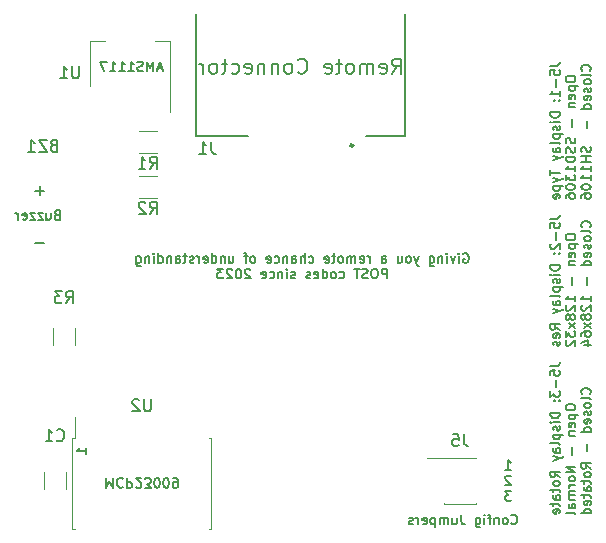
<source format=gbr>
%TF.GenerationSoftware,KiCad,Pcbnew,(6.0.5)*%
%TF.CreationDate,2023-03-31T09:28:20-05:00*%
%TF.ProjectId,remote,72656d6f-7465-42e6-9b69-6361645f7063,rev?*%
%TF.SameCoordinates,Original*%
%TF.FileFunction,Legend,Bot*%
%TF.FilePolarity,Positive*%
%FSLAX46Y46*%
G04 Gerber Fmt 4.6, Leading zero omitted, Abs format (unit mm)*
G04 Created by KiCad (PCBNEW (6.0.5)) date 2023-03-31 09:28:20*
%MOMM*%
%LPD*%
G01*
G04 APERTURE LIST*
%ADD10C,0.152400*%
%ADD11C,0.150000*%
%ADD12C,0.120000*%
%ADD13C,0.250000*%
G04 APERTURE END LIST*
D10*
X146074287Y-41315035D02*
X146654858Y-41315035D01*
X146770972Y-41276330D01*
X146848382Y-41198920D01*
X146887087Y-41082806D01*
X146887087Y-41005397D01*
X146074287Y-42089130D02*
X146074287Y-41702082D01*
X146461334Y-41663378D01*
X146422630Y-41702082D01*
X146383925Y-41779492D01*
X146383925Y-41973016D01*
X146422630Y-42050425D01*
X146461334Y-42089130D01*
X146538744Y-42127835D01*
X146732268Y-42127835D01*
X146809677Y-42089130D01*
X146848382Y-42050425D01*
X146887087Y-41973016D01*
X146887087Y-41779492D01*
X146848382Y-41702082D01*
X146809677Y-41663378D01*
X146577449Y-42476178D02*
X146577449Y-43095454D01*
X146887087Y-43908254D02*
X146887087Y-43443797D01*
X146887087Y-43676025D02*
X146074287Y-43676025D01*
X146190401Y-43598616D01*
X146267811Y-43521206D01*
X146306515Y-43443797D01*
X146809677Y-44256597D02*
X146848382Y-44295301D01*
X146887087Y-44256597D01*
X146848382Y-44217892D01*
X146809677Y-44256597D01*
X146887087Y-44256597D01*
X146383925Y-44256597D02*
X146422630Y-44295301D01*
X146461334Y-44256597D01*
X146422630Y-44217892D01*
X146383925Y-44256597D01*
X146461334Y-44256597D01*
X146887087Y-45262920D02*
X146074287Y-45262920D01*
X146074287Y-45456444D01*
X146112992Y-45572559D01*
X146190401Y-45649968D01*
X146267811Y-45688673D01*
X146422630Y-45727378D01*
X146538744Y-45727378D01*
X146693563Y-45688673D01*
X146770972Y-45649968D01*
X146848382Y-45572559D01*
X146887087Y-45456444D01*
X146887087Y-45262920D01*
X146887087Y-46075720D02*
X146345220Y-46075720D01*
X146074287Y-46075720D02*
X146112992Y-46037016D01*
X146151696Y-46075720D01*
X146112992Y-46114425D01*
X146074287Y-46075720D01*
X146151696Y-46075720D01*
X146848382Y-46424063D02*
X146887087Y-46501473D01*
X146887087Y-46656292D01*
X146848382Y-46733701D01*
X146770972Y-46772406D01*
X146732268Y-46772406D01*
X146654858Y-46733701D01*
X146616153Y-46656292D01*
X146616153Y-46540178D01*
X146577449Y-46462768D01*
X146500039Y-46424063D01*
X146461334Y-46424063D01*
X146383925Y-46462768D01*
X146345220Y-46540178D01*
X146345220Y-46656292D01*
X146383925Y-46733701D01*
X146345220Y-47120749D02*
X147158020Y-47120749D01*
X146383925Y-47120749D02*
X146345220Y-47198159D01*
X146345220Y-47352978D01*
X146383925Y-47430387D01*
X146422630Y-47469092D01*
X146500039Y-47507797D01*
X146732268Y-47507797D01*
X146809677Y-47469092D01*
X146848382Y-47430387D01*
X146887087Y-47352978D01*
X146887087Y-47198159D01*
X146848382Y-47120749D01*
X146887087Y-47972254D02*
X146848382Y-47894844D01*
X146770972Y-47856140D01*
X146074287Y-47856140D01*
X146887087Y-48630235D02*
X146461334Y-48630235D01*
X146383925Y-48591530D01*
X146345220Y-48514120D01*
X146345220Y-48359301D01*
X146383925Y-48281892D01*
X146848382Y-48630235D02*
X146887087Y-48552825D01*
X146887087Y-48359301D01*
X146848382Y-48281892D01*
X146770972Y-48243187D01*
X146693563Y-48243187D01*
X146616153Y-48281892D01*
X146577449Y-48359301D01*
X146577449Y-48552825D01*
X146538744Y-48630235D01*
X146345220Y-48939873D02*
X146887087Y-49133397D01*
X146345220Y-49326920D02*
X146887087Y-49133397D01*
X147080611Y-49055987D01*
X147119315Y-49017282D01*
X147158020Y-48939873D01*
X146074287Y-50139720D02*
X146074287Y-50604178D01*
X146887087Y-50371949D02*
X146074287Y-50371949D01*
X146345220Y-50797701D02*
X146887087Y-50991225D01*
X146345220Y-51184749D02*
X146887087Y-50991225D01*
X147080611Y-50913816D01*
X147119315Y-50875111D01*
X147158020Y-50797701D01*
X146345220Y-51494387D02*
X147158020Y-51494387D01*
X146383925Y-51494387D02*
X146345220Y-51571797D01*
X146345220Y-51726616D01*
X146383925Y-51804025D01*
X146422630Y-51842730D01*
X146500039Y-51881435D01*
X146732268Y-51881435D01*
X146809677Y-51842730D01*
X146848382Y-51804025D01*
X146887087Y-51726616D01*
X146887087Y-51571797D01*
X146848382Y-51494387D01*
X146848382Y-52539416D02*
X146887087Y-52462006D01*
X146887087Y-52307187D01*
X146848382Y-52229778D01*
X146770972Y-52191073D01*
X146461334Y-52191073D01*
X146383925Y-52229778D01*
X146345220Y-52307187D01*
X146345220Y-52462006D01*
X146383925Y-52539416D01*
X146461334Y-52578120D01*
X146538744Y-52578120D01*
X146616153Y-52191073D01*
X147382895Y-42360063D02*
X147382895Y-42514882D01*
X147421600Y-42592292D01*
X147499009Y-42669701D01*
X147653828Y-42708406D01*
X147924761Y-42708406D01*
X148079580Y-42669701D01*
X148156990Y-42592292D01*
X148195695Y-42514882D01*
X148195695Y-42360063D01*
X148156990Y-42282654D01*
X148079580Y-42205244D01*
X147924761Y-42166540D01*
X147653828Y-42166540D01*
X147499009Y-42205244D01*
X147421600Y-42282654D01*
X147382895Y-42360063D01*
X147653828Y-43056749D02*
X148466628Y-43056749D01*
X147692533Y-43056749D02*
X147653828Y-43134159D01*
X147653828Y-43288978D01*
X147692533Y-43366387D01*
X147731238Y-43405092D01*
X147808647Y-43443797D01*
X148040876Y-43443797D01*
X148118285Y-43405092D01*
X148156990Y-43366387D01*
X148195695Y-43288978D01*
X148195695Y-43134159D01*
X148156990Y-43056749D01*
X148156990Y-44101778D02*
X148195695Y-44024368D01*
X148195695Y-43869549D01*
X148156990Y-43792140D01*
X148079580Y-43753435D01*
X147769942Y-43753435D01*
X147692533Y-43792140D01*
X147653828Y-43869549D01*
X147653828Y-44024368D01*
X147692533Y-44101778D01*
X147769942Y-44140482D01*
X147847352Y-44140482D01*
X147924761Y-43753435D01*
X147653828Y-44488825D02*
X148195695Y-44488825D01*
X147731238Y-44488825D02*
X147692533Y-44527530D01*
X147653828Y-44604940D01*
X147653828Y-44721054D01*
X147692533Y-44798463D01*
X147769942Y-44837168D01*
X148195695Y-44837168D01*
X147886057Y-45843492D02*
X147886057Y-46462768D01*
X148156990Y-47430387D02*
X148195695Y-47546501D01*
X148195695Y-47740025D01*
X148156990Y-47817435D01*
X148118285Y-47856140D01*
X148040876Y-47894844D01*
X147963466Y-47894844D01*
X147886057Y-47856140D01*
X147847352Y-47817435D01*
X147808647Y-47740025D01*
X147769942Y-47585206D01*
X147731238Y-47507797D01*
X147692533Y-47469092D01*
X147615123Y-47430387D01*
X147537714Y-47430387D01*
X147460304Y-47469092D01*
X147421600Y-47507797D01*
X147382895Y-47585206D01*
X147382895Y-47778730D01*
X147421600Y-47894844D01*
X148156990Y-48204482D02*
X148195695Y-48320597D01*
X148195695Y-48514120D01*
X148156990Y-48591530D01*
X148118285Y-48630235D01*
X148040876Y-48668940D01*
X147963466Y-48668940D01*
X147886057Y-48630235D01*
X147847352Y-48591530D01*
X147808647Y-48514120D01*
X147769942Y-48359301D01*
X147731238Y-48281892D01*
X147692533Y-48243187D01*
X147615123Y-48204482D01*
X147537714Y-48204482D01*
X147460304Y-48243187D01*
X147421600Y-48281892D01*
X147382895Y-48359301D01*
X147382895Y-48552825D01*
X147421600Y-48668940D01*
X148195695Y-49017282D02*
X147382895Y-49017282D01*
X147382895Y-49210806D01*
X147421600Y-49326920D01*
X147499009Y-49404330D01*
X147576419Y-49443035D01*
X147731238Y-49481740D01*
X147847352Y-49481740D01*
X148002171Y-49443035D01*
X148079580Y-49404330D01*
X148156990Y-49326920D01*
X148195695Y-49210806D01*
X148195695Y-49017282D01*
X148195695Y-50255835D02*
X148195695Y-49791378D01*
X148195695Y-50023606D02*
X147382895Y-50023606D01*
X147499009Y-49946197D01*
X147576419Y-49868787D01*
X147615123Y-49791378D01*
X147382895Y-50526768D02*
X147382895Y-51029930D01*
X147692533Y-50758997D01*
X147692533Y-50875111D01*
X147731238Y-50952520D01*
X147769942Y-50991225D01*
X147847352Y-51029930D01*
X148040876Y-51029930D01*
X148118285Y-50991225D01*
X148156990Y-50952520D01*
X148195695Y-50875111D01*
X148195695Y-50642882D01*
X148156990Y-50565473D01*
X148118285Y-50526768D01*
X147382895Y-51533092D02*
X147382895Y-51610501D01*
X147421600Y-51687911D01*
X147460304Y-51726616D01*
X147537714Y-51765320D01*
X147692533Y-51804025D01*
X147886057Y-51804025D01*
X148040876Y-51765320D01*
X148118285Y-51726616D01*
X148156990Y-51687911D01*
X148195695Y-51610501D01*
X148195695Y-51533092D01*
X148156990Y-51455682D01*
X148118285Y-51416978D01*
X148040876Y-51378273D01*
X147886057Y-51339568D01*
X147692533Y-51339568D01*
X147537714Y-51378273D01*
X147460304Y-51416978D01*
X147421600Y-51455682D01*
X147382895Y-51533092D01*
X147382895Y-52500711D02*
X147382895Y-52345892D01*
X147421600Y-52268482D01*
X147460304Y-52229778D01*
X147576419Y-52152368D01*
X147731238Y-52113663D01*
X148040876Y-52113663D01*
X148118285Y-52152368D01*
X148156990Y-52191073D01*
X148195695Y-52268482D01*
X148195695Y-52423301D01*
X148156990Y-52500711D01*
X148118285Y-52539416D01*
X148040876Y-52578120D01*
X147847352Y-52578120D01*
X147769942Y-52539416D01*
X147731238Y-52500711D01*
X147692533Y-52423301D01*
X147692533Y-52268482D01*
X147731238Y-52191073D01*
X147769942Y-52152368D01*
X147847352Y-52113663D01*
X149426893Y-41740787D02*
X149465598Y-41702082D01*
X149504303Y-41585968D01*
X149504303Y-41508559D01*
X149465598Y-41392444D01*
X149388188Y-41315035D01*
X149310779Y-41276330D01*
X149155960Y-41237625D01*
X149039846Y-41237625D01*
X148885027Y-41276330D01*
X148807617Y-41315035D01*
X148730208Y-41392444D01*
X148691503Y-41508559D01*
X148691503Y-41585968D01*
X148730208Y-41702082D01*
X148768912Y-41740787D01*
X149504303Y-42205244D02*
X149465598Y-42127835D01*
X149388188Y-42089130D01*
X148691503Y-42089130D01*
X149504303Y-42630997D02*
X149465598Y-42553587D01*
X149426893Y-42514882D01*
X149349484Y-42476178D01*
X149117255Y-42476178D01*
X149039846Y-42514882D01*
X149001141Y-42553587D01*
X148962436Y-42630997D01*
X148962436Y-42747111D01*
X149001141Y-42824520D01*
X149039846Y-42863225D01*
X149117255Y-42901930D01*
X149349484Y-42901930D01*
X149426893Y-42863225D01*
X149465598Y-42824520D01*
X149504303Y-42747111D01*
X149504303Y-42630997D01*
X149465598Y-43211568D02*
X149504303Y-43288978D01*
X149504303Y-43443797D01*
X149465598Y-43521206D01*
X149388188Y-43559911D01*
X149349484Y-43559911D01*
X149272074Y-43521206D01*
X149233369Y-43443797D01*
X149233369Y-43327682D01*
X149194665Y-43250273D01*
X149117255Y-43211568D01*
X149078550Y-43211568D01*
X149001141Y-43250273D01*
X148962436Y-43327682D01*
X148962436Y-43443797D01*
X149001141Y-43521206D01*
X149465598Y-44217892D02*
X149504303Y-44140482D01*
X149504303Y-43985663D01*
X149465598Y-43908254D01*
X149388188Y-43869549D01*
X149078550Y-43869549D01*
X149001141Y-43908254D01*
X148962436Y-43985663D01*
X148962436Y-44140482D01*
X149001141Y-44217892D01*
X149078550Y-44256597D01*
X149155960Y-44256597D01*
X149233369Y-43869549D01*
X149504303Y-44953282D02*
X148691503Y-44953282D01*
X149465598Y-44953282D02*
X149504303Y-44875873D01*
X149504303Y-44721054D01*
X149465598Y-44643644D01*
X149426893Y-44604940D01*
X149349484Y-44566235D01*
X149117255Y-44566235D01*
X149039846Y-44604940D01*
X149001141Y-44643644D01*
X148962436Y-44721054D01*
X148962436Y-44875873D01*
X149001141Y-44953282D01*
X149194665Y-45959606D02*
X149194665Y-46578882D01*
X149465598Y-48165778D02*
X149504303Y-48281892D01*
X149504303Y-48475416D01*
X149465598Y-48552825D01*
X149426893Y-48591530D01*
X149349484Y-48630235D01*
X149272074Y-48630235D01*
X149194665Y-48591530D01*
X149155960Y-48552825D01*
X149117255Y-48475416D01*
X149078550Y-48320597D01*
X149039846Y-48243187D01*
X149001141Y-48204482D01*
X148923731Y-48165778D01*
X148846322Y-48165778D01*
X148768912Y-48204482D01*
X148730208Y-48243187D01*
X148691503Y-48320597D01*
X148691503Y-48514120D01*
X148730208Y-48630235D01*
X149504303Y-48978578D02*
X148691503Y-48978578D01*
X149078550Y-48978578D02*
X149078550Y-49443035D01*
X149504303Y-49443035D02*
X148691503Y-49443035D01*
X149504303Y-50255835D02*
X149504303Y-49791378D01*
X149504303Y-50023606D02*
X148691503Y-50023606D01*
X148807617Y-49946197D01*
X148885027Y-49868787D01*
X148923731Y-49791378D01*
X149504303Y-51029930D02*
X149504303Y-50565473D01*
X149504303Y-50797701D02*
X148691503Y-50797701D01*
X148807617Y-50720292D01*
X148885027Y-50642882D01*
X148923731Y-50565473D01*
X148691503Y-51533092D02*
X148691503Y-51610501D01*
X148730208Y-51687911D01*
X148768912Y-51726616D01*
X148846322Y-51765320D01*
X149001141Y-51804025D01*
X149194665Y-51804025D01*
X149349484Y-51765320D01*
X149426893Y-51726616D01*
X149465598Y-51687911D01*
X149504303Y-51610501D01*
X149504303Y-51533092D01*
X149465598Y-51455682D01*
X149426893Y-51416978D01*
X149349484Y-51378273D01*
X149194665Y-51339568D01*
X149001141Y-51339568D01*
X148846322Y-51378273D01*
X148768912Y-51416978D01*
X148730208Y-51455682D01*
X148691503Y-51533092D01*
X148691503Y-52500711D02*
X148691503Y-52345892D01*
X148730208Y-52268482D01*
X148768912Y-52229778D01*
X148885027Y-52152368D01*
X149039846Y-52113663D01*
X149349484Y-52113663D01*
X149426893Y-52152368D01*
X149465598Y-52191073D01*
X149504303Y-52268482D01*
X149504303Y-52423301D01*
X149465598Y-52500711D01*
X149426893Y-52539416D01*
X149349484Y-52578120D01*
X149155960Y-52578120D01*
X149078550Y-52539416D01*
X149039846Y-52500711D01*
X149001141Y-52423301D01*
X149001141Y-52268482D01*
X149039846Y-52191073D01*
X149078550Y-52152368D01*
X149155960Y-52113663D01*
X113210219Y-41537466D02*
X112823171Y-41537466D01*
X113287628Y-41769695D02*
X113016695Y-40956895D01*
X112745761Y-41769695D01*
X112474828Y-41769695D02*
X112474828Y-40956895D01*
X112203895Y-41537466D01*
X111932961Y-40956895D01*
X111932961Y-41769695D01*
X111584619Y-41730990D02*
X111468504Y-41769695D01*
X111274980Y-41769695D01*
X111197571Y-41730990D01*
X111158866Y-41692285D01*
X111120161Y-41614876D01*
X111120161Y-41537466D01*
X111158866Y-41460057D01*
X111197571Y-41421352D01*
X111274980Y-41382647D01*
X111429800Y-41343942D01*
X111507209Y-41305238D01*
X111545914Y-41266533D01*
X111584619Y-41189123D01*
X111584619Y-41111714D01*
X111545914Y-41034304D01*
X111507209Y-40995600D01*
X111429800Y-40956895D01*
X111236276Y-40956895D01*
X111120161Y-40995600D01*
X110346066Y-41769695D02*
X110810523Y-41769695D01*
X110578295Y-41769695D02*
X110578295Y-40956895D01*
X110655704Y-41073009D01*
X110733114Y-41150419D01*
X110810523Y-41189123D01*
X109571971Y-41769695D02*
X110036428Y-41769695D01*
X109804200Y-41769695D02*
X109804200Y-40956895D01*
X109881609Y-41073009D01*
X109959019Y-41150419D01*
X110036428Y-41189123D01*
X108797876Y-41769695D02*
X109262333Y-41769695D01*
X109030104Y-41769695D02*
X109030104Y-40956895D01*
X109107514Y-41073009D01*
X109184923Y-41150419D01*
X109262333Y-41189123D01*
X108526942Y-40956895D02*
X107985076Y-40956895D01*
X108333419Y-41769695D01*
X146074287Y-66746482D02*
X146654858Y-66746482D01*
X146770972Y-66707778D01*
X146848382Y-66630368D01*
X146887087Y-66514254D01*
X146887087Y-66436844D01*
X146074287Y-67520578D02*
X146074287Y-67133530D01*
X146461334Y-67094825D01*
X146422630Y-67133530D01*
X146383925Y-67210940D01*
X146383925Y-67404463D01*
X146422630Y-67481873D01*
X146461334Y-67520578D01*
X146538744Y-67559282D01*
X146732268Y-67559282D01*
X146809677Y-67520578D01*
X146848382Y-67481873D01*
X146887087Y-67404463D01*
X146887087Y-67210940D01*
X146848382Y-67133530D01*
X146809677Y-67094825D01*
X146577449Y-67907625D02*
X146577449Y-68526901D01*
X146074287Y-68836540D02*
X146074287Y-69339701D01*
X146383925Y-69068768D01*
X146383925Y-69184882D01*
X146422630Y-69262292D01*
X146461334Y-69300997D01*
X146538744Y-69339701D01*
X146732268Y-69339701D01*
X146809677Y-69300997D01*
X146848382Y-69262292D01*
X146887087Y-69184882D01*
X146887087Y-68952654D01*
X146848382Y-68875244D01*
X146809677Y-68836540D01*
X146809677Y-69688044D02*
X146848382Y-69726749D01*
X146887087Y-69688044D01*
X146848382Y-69649340D01*
X146809677Y-69688044D01*
X146887087Y-69688044D01*
X146383925Y-69688044D02*
X146422630Y-69726749D01*
X146461334Y-69688044D01*
X146422630Y-69649340D01*
X146383925Y-69688044D01*
X146461334Y-69688044D01*
X146887087Y-70694368D02*
X146074287Y-70694368D01*
X146074287Y-70887892D01*
X146112992Y-71004006D01*
X146190401Y-71081416D01*
X146267811Y-71120120D01*
X146422630Y-71158825D01*
X146538744Y-71158825D01*
X146693563Y-71120120D01*
X146770972Y-71081416D01*
X146848382Y-71004006D01*
X146887087Y-70887892D01*
X146887087Y-70694368D01*
X146887087Y-71507168D02*
X146345220Y-71507168D01*
X146074287Y-71507168D02*
X146112992Y-71468463D01*
X146151696Y-71507168D01*
X146112992Y-71545873D01*
X146074287Y-71507168D01*
X146151696Y-71507168D01*
X146848382Y-71855511D02*
X146887087Y-71932920D01*
X146887087Y-72087740D01*
X146848382Y-72165149D01*
X146770972Y-72203854D01*
X146732268Y-72203854D01*
X146654858Y-72165149D01*
X146616153Y-72087740D01*
X146616153Y-71971625D01*
X146577449Y-71894216D01*
X146500039Y-71855511D01*
X146461334Y-71855511D01*
X146383925Y-71894216D01*
X146345220Y-71971625D01*
X146345220Y-72087740D01*
X146383925Y-72165149D01*
X146345220Y-72552197D02*
X147158020Y-72552197D01*
X146383925Y-72552197D02*
X146345220Y-72629606D01*
X146345220Y-72784425D01*
X146383925Y-72861835D01*
X146422630Y-72900540D01*
X146500039Y-72939244D01*
X146732268Y-72939244D01*
X146809677Y-72900540D01*
X146848382Y-72861835D01*
X146887087Y-72784425D01*
X146887087Y-72629606D01*
X146848382Y-72552197D01*
X146887087Y-73403701D02*
X146848382Y-73326292D01*
X146770972Y-73287587D01*
X146074287Y-73287587D01*
X146887087Y-74061682D02*
X146461334Y-74061682D01*
X146383925Y-74022978D01*
X146345220Y-73945568D01*
X146345220Y-73790749D01*
X146383925Y-73713340D01*
X146848382Y-74061682D02*
X146887087Y-73984273D01*
X146887087Y-73790749D01*
X146848382Y-73713340D01*
X146770972Y-73674635D01*
X146693563Y-73674635D01*
X146616153Y-73713340D01*
X146577449Y-73790749D01*
X146577449Y-73984273D01*
X146538744Y-74061682D01*
X146345220Y-74371320D02*
X146887087Y-74564844D01*
X146345220Y-74758368D02*
X146887087Y-74564844D01*
X147080611Y-74487435D01*
X147119315Y-74448730D01*
X147158020Y-74371320D01*
X146887087Y-76151740D02*
X146500039Y-75880806D01*
X146887087Y-75687282D02*
X146074287Y-75687282D01*
X146074287Y-75996920D01*
X146112992Y-76074330D01*
X146151696Y-76113035D01*
X146229106Y-76151740D01*
X146345220Y-76151740D01*
X146422630Y-76113035D01*
X146461334Y-76074330D01*
X146500039Y-75996920D01*
X146500039Y-75687282D01*
X146887087Y-76616197D02*
X146848382Y-76538787D01*
X146809677Y-76500082D01*
X146732268Y-76461378D01*
X146500039Y-76461378D01*
X146422630Y-76500082D01*
X146383925Y-76538787D01*
X146345220Y-76616197D01*
X146345220Y-76732311D01*
X146383925Y-76809720D01*
X146422630Y-76848425D01*
X146500039Y-76887130D01*
X146732268Y-76887130D01*
X146809677Y-76848425D01*
X146848382Y-76809720D01*
X146887087Y-76732311D01*
X146887087Y-76616197D01*
X146345220Y-77119359D02*
X146345220Y-77428997D01*
X146074287Y-77235473D02*
X146770972Y-77235473D01*
X146848382Y-77274178D01*
X146887087Y-77351587D01*
X146887087Y-77428997D01*
X146887087Y-78048273D02*
X146461334Y-78048273D01*
X146383925Y-78009568D01*
X146345220Y-77932159D01*
X146345220Y-77777340D01*
X146383925Y-77699930D01*
X146848382Y-78048273D02*
X146887087Y-77970863D01*
X146887087Y-77777340D01*
X146848382Y-77699930D01*
X146770972Y-77661225D01*
X146693563Y-77661225D01*
X146616153Y-77699930D01*
X146577449Y-77777340D01*
X146577449Y-77970863D01*
X146538744Y-78048273D01*
X146345220Y-78319206D02*
X146345220Y-78628844D01*
X146074287Y-78435320D02*
X146770972Y-78435320D01*
X146848382Y-78474025D01*
X146887087Y-78551435D01*
X146887087Y-78628844D01*
X146848382Y-79209416D02*
X146887087Y-79132006D01*
X146887087Y-78977187D01*
X146848382Y-78899778D01*
X146770972Y-78861073D01*
X146461334Y-78861073D01*
X146383925Y-78899778D01*
X146345220Y-78977187D01*
X146345220Y-79132006D01*
X146383925Y-79209416D01*
X146461334Y-79248120D01*
X146538744Y-79248120D01*
X146616153Y-78861073D01*
X147382895Y-70152501D02*
X147382895Y-70307320D01*
X147421600Y-70384730D01*
X147499009Y-70462140D01*
X147653828Y-70500844D01*
X147924761Y-70500844D01*
X148079580Y-70462140D01*
X148156990Y-70384730D01*
X148195695Y-70307320D01*
X148195695Y-70152501D01*
X148156990Y-70075092D01*
X148079580Y-69997682D01*
X147924761Y-69958978D01*
X147653828Y-69958978D01*
X147499009Y-69997682D01*
X147421600Y-70075092D01*
X147382895Y-70152501D01*
X147653828Y-70849187D02*
X148466628Y-70849187D01*
X147692533Y-70849187D02*
X147653828Y-70926597D01*
X147653828Y-71081416D01*
X147692533Y-71158825D01*
X147731238Y-71197530D01*
X147808647Y-71236235D01*
X148040876Y-71236235D01*
X148118285Y-71197530D01*
X148156990Y-71158825D01*
X148195695Y-71081416D01*
X148195695Y-70926597D01*
X148156990Y-70849187D01*
X148156990Y-71894216D02*
X148195695Y-71816806D01*
X148195695Y-71661987D01*
X148156990Y-71584578D01*
X148079580Y-71545873D01*
X147769942Y-71545873D01*
X147692533Y-71584578D01*
X147653828Y-71661987D01*
X147653828Y-71816806D01*
X147692533Y-71894216D01*
X147769942Y-71932920D01*
X147847352Y-71932920D01*
X147924761Y-71545873D01*
X147653828Y-72281263D02*
X148195695Y-72281263D01*
X147731238Y-72281263D02*
X147692533Y-72319968D01*
X147653828Y-72397378D01*
X147653828Y-72513492D01*
X147692533Y-72590901D01*
X147769942Y-72629606D01*
X148195695Y-72629606D01*
X147886057Y-73635930D02*
X147886057Y-74255206D01*
X148195695Y-75261530D02*
X147382895Y-75261530D01*
X148195695Y-75725987D01*
X147382895Y-75725987D01*
X148195695Y-76229149D02*
X148156990Y-76151740D01*
X148118285Y-76113035D01*
X148040876Y-76074330D01*
X147808647Y-76074330D01*
X147731238Y-76113035D01*
X147692533Y-76151740D01*
X147653828Y-76229149D01*
X147653828Y-76345263D01*
X147692533Y-76422673D01*
X147731238Y-76461378D01*
X147808647Y-76500082D01*
X148040876Y-76500082D01*
X148118285Y-76461378D01*
X148156990Y-76422673D01*
X148195695Y-76345263D01*
X148195695Y-76229149D01*
X148195695Y-76848425D02*
X147653828Y-76848425D01*
X147808647Y-76848425D02*
X147731238Y-76887130D01*
X147692533Y-76925835D01*
X147653828Y-77003244D01*
X147653828Y-77080654D01*
X148195695Y-77351587D02*
X147653828Y-77351587D01*
X147731238Y-77351587D02*
X147692533Y-77390292D01*
X147653828Y-77467701D01*
X147653828Y-77583816D01*
X147692533Y-77661225D01*
X147769942Y-77699930D01*
X148195695Y-77699930D01*
X147769942Y-77699930D02*
X147692533Y-77738635D01*
X147653828Y-77816044D01*
X147653828Y-77932159D01*
X147692533Y-78009568D01*
X147769942Y-78048273D01*
X148195695Y-78048273D01*
X148195695Y-78783663D02*
X147769942Y-78783663D01*
X147692533Y-78744959D01*
X147653828Y-78667549D01*
X147653828Y-78512730D01*
X147692533Y-78435320D01*
X148156990Y-78783663D02*
X148195695Y-78706254D01*
X148195695Y-78512730D01*
X148156990Y-78435320D01*
X148079580Y-78396616D01*
X148002171Y-78396616D01*
X147924761Y-78435320D01*
X147886057Y-78512730D01*
X147886057Y-78706254D01*
X147847352Y-78783663D01*
X148195695Y-79286825D02*
X148156990Y-79209416D01*
X148079580Y-79170711D01*
X147382895Y-79170711D01*
X149426893Y-69107473D02*
X149465598Y-69068768D01*
X149504303Y-68952654D01*
X149504303Y-68875244D01*
X149465598Y-68759130D01*
X149388188Y-68681720D01*
X149310779Y-68643016D01*
X149155960Y-68604311D01*
X149039846Y-68604311D01*
X148885027Y-68643016D01*
X148807617Y-68681720D01*
X148730208Y-68759130D01*
X148691503Y-68875244D01*
X148691503Y-68952654D01*
X148730208Y-69068768D01*
X148768912Y-69107473D01*
X149504303Y-69571930D02*
X149465598Y-69494520D01*
X149388188Y-69455816D01*
X148691503Y-69455816D01*
X149504303Y-69997682D02*
X149465598Y-69920273D01*
X149426893Y-69881568D01*
X149349484Y-69842863D01*
X149117255Y-69842863D01*
X149039846Y-69881568D01*
X149001141Y-69920273D01*
X148962436Y-69997682D01*
X148962436Y-70113797D01*
X149001141Y-70191206D01*
X149039846Y-70229911D01*
X149117255Y-70268616D01*
X149349484Y-70268616D01*
X149426893Y-70229911D01*
X149465598Y-70191206D01*
X149504303Y-70113797D01*
X149504303Y-69997682D01*
X149465598Y-70578254D02*
X149504303Y-70655663D01*
X149504303Y-70810482D01*
X149465598Y-70887892D01*
X149388188Y-70926597D01*
X149349484Y-70926597D01*
X149272074Y-70887892D01*
X149233369Y-70810482D01*
X149233369Y-70694368D01*
X149194665Y-70616959D01*
X149117255Y-70578254D01*
X149078550Y-70578254D01*
X149001141Y-70616959D01*
X148962436Y-70694368D01*
X148962436Y-70810482D01*
X149001141Y-70887892D01*
X149465598Y-71584578D02*
X149504303Y-71507168D01*
X149504303Y-71352349D01*
X149465598Y-71274940D01*
X149388188Y-71236235D01*
X149078550Y-71236235D01*
X149001141Y-71274940D01*
X148962436Y-71352349D01*
X148962436Y-71507168D01*
X149001141Y-71584578D01*
X149078550Y-71623282D01*
X149155960Y-71623282D01*
X149233369Y-71236235D01*
X149504303Y-72319968D02*
X148691503Y-72319968D01*
X149465598Y-72319968D02*
X149504303Y-72242559D01*
X149504303Y-72087740D01*
X149465598Y-72010330D01*
X149426893Y-71971625D01*
X149349484Y-71932920D01*
X149117255Y-71932920D01*
X149039846Y-71971625D01*
X149001141Y-72010330D01*
X148962436Y-72087740D01*
X148962436Y-72242559D01*
X149001141Y-72319968D01*
X149194665Y-73326292D02*
X149194665Y-73945568D01*
X149504303Y-75416349D02*
X149117255Y-75145416D01*
X149504303Y-74951892D02*
X148691503Y-74951892D01*
X148691503Y-75261530D01*
X148730208Y-75338940D01*
X148768912Y-75377644D01*
X148846322Y-75416349D01*
X148962436Y-75416349D01*
X149039846Y-75377644D01*
X149078550Y-75338940D01*
X149117255Y-75261530D01*
X149117255Y-74951892D01*
X149504303Y-75880806D02*
X149465598Y-75803397D01*
X149426893Y-75764692D01*
X149349484Y-75725987D01*
X149117255Y-75725987D01*
X149039846Y-75764692D01*
X149001141Y-75803397D01*
X148962436Y-75880806D01*
X148962436Y-75996920D01*
X149001141Y-76074330D01*
X149039846Y-76113035D01*
X149117255Y-76151740D01*
X149349484Y-76151740D01*
X149426893Y-76113035D01*
X149465598Y-76074330D01*
X149504303Y-75996920D01*
X149504303Y-75880806D01*
X148962436Y-76383968D02*
X148962436Y-76693606D01*
X148691503Y-76500082D02*
X149388188Y-76500082D01*
X149465598Y-76538787D01*
X149504303Y-76616197D01*
X149504303Y-76693606D01*
X149504303Y-77312882D02*
X149078550Y-77312882D01*
X149001141Y-77274178D01*
X148962436Y-77196768D01*
X148962436Y-77041949D01*
X149001141Y-76964540D01*
X149465598Y-77312882D02*
X149504303Y-77235473D01*
X149504303Y-77041949D01*
X149465598Y-76964540D01*
X149388188Y-76925835D01*
X149310779Y-76925835D01*
X149233369Y-76964540D01*
X149194665Y-77041949D01*
X149194665Y-77235473D01*
X149155960Y-77312882D01*
X148962436Y-77583816D02*
X148962436Y-77893454D01*
X148691503Y-77699930D02*
X149388188Y-77699930D01*
X149465598Y-77738635D01*
X149504303Y-77816044D01*
X149504303Y-77893454D01*
X149465598Y-78474025D02*
X149504303Y-78396616D01*
X149504303Y-78241797D01*
X149465598Y-78164387D01*
X149388188Y-78125682D01*
X149078550Y-78125682D01*
X149001141Y-78164387D01*
X148962436Y-78241797D01*
X148962436Y-78396616D01*
X149001141Y-78474025D01*
X149078550Y-78512730D01*
X149155960Y-78512730D01*
X149233369Y-78125682D01*
X149504303Y-79209416D02*
X148691503Y-79209416D01*
X149465598Y-79209416D02*
X149504303Y-79132006D01*
X149504303Y-78977187D01*
X149465598Y-78899778D01*
X149426893Y-78861073D01*
X149349484Y-78822368D01*
X149117255Y-78822368D01*
X149039846Y-78861073D01*
X149001141Y-78899778D01*
X148962436Y-78977187D01*
X148962436Y-79132006D01*
X149001141Y-79209416D01*
X146074287Y-54264197D02*
X146654858Y-54264197D01*
X146770972Y-54225492D01*
X146848382Y-54148082D01*
X146887087Y-54031968D01*
X146887087Y-53954559D01*
X146074287Y-55038292D02*
X146074287Y-54651244D01*
X146461334Y-54612540D01*
X146422630Y-54651244D01*
X146383925Y-54728654D01*
X146383925Y-54922178D01*
X146422630Y-54999587D01*
X146461334Y-55038292D01*
X146538744Y-55076997D01*
X146732268Y-55076997D01*
X146809677Y-55038292D01*
X146848382Y-54999587D01*
X146887087Y-54922178D01*
X146887087Y-54728654D01*
X146848382Y-54651244D01*
X146809677Y-54612540D01*
X146577449Y-55425340D02*
X146577449Y-56044616D01*
X146151696Y-56392959D02*
X146112992Y-56431663D01*
X146074287Y-56509073D01*
X146074287Y-56702597D01*
X146112992Y-56780006D01*
X146151696Y-56818711D01*
X146229106Y-56857416D01*
X146306515Y-56857416D01*
X146422630Y-56818711D01*
X146887087Y-56354254D01*
X146887087Y-56857416D01*
X146809677Y-57205759D02*
X146848382Y-57244463D01*
X146887087Y-57205759D01*
X146848382Y-57167054D01*
X146809677Y-57205759D01*
X146887087Y-57205759D01*
X146383925Y-57205759D02*
X146422630Y-57244463D01*
X146461334Y-57205759D01*
X146422630Y-57167054D01*
X146383925Y-57205759D01*
X146461334Y-57205759D01*
X146887087Y-58212082D02*
X146074287Y-58212082D01*
X146074287Y-58405606D01*
X146112992Y-58521720D01*
X146190401Y-58599130D01*
X146267811Y-58637835D01*
X146422630Y-58676540D01*
X146538744Y-58676540D01*
X146693563Y-58637835D01*
X146770972Y-58599130D01*
X146848382Y-58521720D01*
X146887087Y-58405606D01*
X146887087Y-58212082D01*
X146887087Y-59024882D02*
X146345220Y-59024882D01*
X146074287Y-59024882D02*
X146112992Y-58986178D01*
X146151696Y-59024882D01*
X146112992Y-59063587D01*
X146074287Y-59024882D01*
X146151696Y-59024882D01*
X146848382Y-59373225D02*
X146887087Y-59450635D01*
X146887087Y-59605454D01*
X146848382Y-59682863D01*
X146770972Y-59721568D01*
X146732268Y-59721568D01*
X146654858Y-59682863D01*
X146616153Y-59605454D01*
X146616153Y-59489340D01*
X146577449Y-59411930D01*
X146500039Y-59373225D01*
X146461334Y-59373225D01*
X146383925Y-59411930D01*
X146345220Y-59489340D01*
X146345220Y-59605454D01*
X146383925Y-59682863D01*
X146345220Y-60069911D02*
X147158020Y-60069911D01*
X146383925Y-60069911D02*
X146345220Y-60147320D01*
X146345220Y-60302140D01*
X146383925Y-60379549D01*
X146422630Y-60418254D01*
X146500039Y-60456959D01*
X146732268Y-60456959D01*
X146809677Y-60418254D01*
X146848382Y-60379549D01*
X146887087Y-60302140D01*
X146887087Y-60147320D01*
X146848382Y-60069911D01*
X146887087Y-60921416D02*
X146848382Y-60844006D01*
X146770972Y-60805301D01*
X146074287Y-60805301D01*
X146887087Y-61579397D02*
X146461334Y-61579397D01*
X146383925Y-61540692D01*
X146345220Y-61463282D01*
X146345220Y-61308463D01*
X146383925Y-61231054D01*
X146848382Y-61579397D02*
X146887087Y-61501987D01*
X146887087Y-61308463D01*
X146848382Y-61231054D01*
X146770972Y-61192349D01*
X146693563Y-61192349D01*
X146616153Y-61231054D01*
X146577449Y-61308463D01*
X146577449Y-61501987D01*
X146538744Y-61579397D01*
X146345220Y-61889035D02*
X146887087Y-62082559D01*
X146345220Y-62276082D02*
X146887087Y-62082559D01*
X147080611Y-62005149D01*
X147119315Y-61966444D01*
X147158020Y-61889035D01*
X146887087Y-63669454D02*
X146500039Y-63398520D01*
X146887087Y-63204997D02*
X146074287Y-63204997D01*
X146074287Y-63514635D01*
X146112992Y-63592044D01*
X146151696Y-63630749D01*
X146229106Y-63669454D01*
X146345220Y-63669454D01*
X146422630Y-63630749D01*
X146461334Y-63592044D01*
X146500039Y-63514635D01*
X146500039Y-63204997D01*
X146848382Y-64327435D02*
X146887087Y-64250025D01*
X146887087Y-64095206D01*
X146848382Y-64017797D01*
X146770972Y-63979092D01*
X146461334Y-63979092D01*
X146383925Y-64017797D01*
X146345220Y-64095206D01*
X146345220Y-64250025D01*
X146383925Y-64327435D01*
X146461334Y-64366140D01*
X146538744Y-64366140D01*
X146616153Y-63979092D01*
X146848382Y-64675778D02*
X146887087Y-64753187D01*
X146887087Y-64908006D01*
X146848382Y-64985416D01*
X146770972Y-65024120D01*
X146732268Y-65024120D01*
X146654858Y-64985416D01*
X146616153Y-64908006D01*
X146616153Y-64791892D01*
X146577449Y-64714482D01*
X146500039Y-64675778D01*
X146461334Y-64675778D01*
X146383925Y-64714482D01*
X146345220Y-64791892D01*
X146345220Y-64908006D01*
X146383925Y-64985416D01*
X147382895Y-55734978D02*
X147382895Y-55889797D01*
X147421600Y-55967206D01*
X147499009Y-56044616D01*
X147653828Y-56083320D01*
X147924761Y-56083320D01*
X148079580Y-56044616D01*
X148156990Y-55967206D01*
X148195695Y-55889797D01*
X148195695Y-55734978D01*
X148156990Y-55657568D01*
X148079580Y-55580159D01*
X147924761Y-55541454D01*
X147653828Y-55541454D01*
X147499009Y-55580159D01*
X147421600Y-55657568D01*
X147382895Y-55734978D01*
X147653828Y-56431663D02*
X148466628Y-56431663D01*
X147692533Y-56431663D02*
X147653828Y-56509073D01*
X147653828Y-56663892D01*
X147692533Y-56741301D01*
X147731238Y-56780006D01*
X147808647Y-56818711D01*
X148040876Y-56818711D01*
X148118285Y-56780006D01*
X148156990Y-56741301D01*
X148195695Y-56663892D01*
X148195695Y-56509073D01*
X148156990Y-56431663D01*
X148156990Y-57476692D02*
X148195695Y-57399282D01*
X148195695Y-57244463D01*
X148156990Y-57167054D01*
X148079580Y-57128349D01*
X147769942Y-57128349D01*
X147692533Y-57167054D01*
X147653828Y-57244463D01*
X147653828Y-57399282D01*
X147692533Y-57476692D01*
X147769942Y-57515397D01*
X147847352Y-57515397D01*
X147924761Y-57128349D01*
X147653828Y-57863740D02*
X148195695Y-57863740D01*
X147731238Y-57863740D02*
X147692533Y-57902444D01*
X147653828Y-57979854D01*
X147653828Y-58095968D01*
X147692533Y-58173378D01*
X147769942Y-58212082D01*
X148195695Y-58212082D01*
X147886057Y-59218406D02*
X147886057Y-59837682D01*
X148195695Y-61269759D02*
X148195695Y-60805301D01*
X148195695Y-61037530D02*
X147382895Y-61037530D01*
X147499009Y-60960120D01*
X147576419Y-60882711D01*
X147615123Y-60805301D01*
X147460304Y-61579397D02*
X147421600Y-61618101D01*
X147382895Y-61695511D01*
X147382895Y-61889035D01*
X147421600Y-61966444D01*
X147460304Y-62005149D01*
X147537714Y-62043854D01*
X147615123Y-62043854D01*
X147731238Y-62005149D01*
X148195695Y-61540692D01*
X148195695Y-62043854D01*
X147731238Y-62508311D02*
X147692533Y-62430901D01*
X147653828Y-62392197D01*
X147576419Y-62353492D01*
X147537714Y-62353492D01*
X147460304Y-62392197D01*
X147421600Y-62430901D01*
X147382895Y-62508311D01*
X147382895Y-62663130D01*
X147421600Y-62740540D01*
X147460304Y-62779244D01*
X147537714Y-62817949D01*
X147576419Y-62817949D01*
X147653828Y-62779244D01*
X147692533Y-62740540D01*
X147731238Y-62663130D01*
X147731238Y-62508311D01*
X147769942Y-62430901D01*
X147808647Y-62392197D01*
X147886057Y-62353492D01*
X148040876Y-62353492D01*
X148118285Y-62392197D01*
X148156990Y-62430901D01*
X148195695Y-62508311D01*
X148195695Y-62663130D01*
X148156990Y-62740540D01*
X148118285Y-62779244D01*
X148040876Y-62817949D01*
X147886057Y-62817949D01*
X147808647Y-62779244D01*
X147769942Y-62740540D01*
X147731238Y-62663130D01*
X148195695Y-63088882D02*
X147653828Y-63514635D01*
X147653828Y-63088882D02*
X148195695Y-63514635D01*
X147382895Y-63746863D02*
X147382895Y-64250025D01*
X147692533Y-63979092D01*
X147692533Y-64095206D01*
X147731238Y-64172616D01*
X147769942Y-64211320D01*
X147847352Y-64250025D01*
X148040876Y-64250025D01*
X148118285Y-64211320D01*
X148156990Y-64172616D01*
X148195695Y-64095206D01*
X148195695Y-63862978D01*
X148156990Y-63785568D01*
X148118285Y-63746863D01*
X147460304Y-64559663D02*
X147421600Y-64598368D01*
X147382895Y-64675778D01*
X147382895Y-64869301D01*
X147421600Y-64946711D01*
X147460304Y-64985416D01*
X147537714Y-65024120D01*
X147615123Y-65024120D01*
X147731238Y-64985416D01*
X148195695Y-64520959D01*
X148195695Y-65024120D01*
X149426893Y-54999587D02*
X149465598Y-54960882D01*
X149504303Y-54844768D01*
X149504303Y-54767359D01*
X149465598Y-54651244D01*
X149388188Y-54573835D01*
X149310779Y-54535130D01*
X149155960Y-54496425D01*
X149039846Y-54496425D01*
X148885027Y-54535130D01*
X148807617Y-54573835D01*
X148730208Y-54651244D01*
X148691503Y-54767359D01*
X148691503Y-54844768D01*
X148730208Y-54960882D01*
X148768912Y-54999587D01*
X149504303Y-55464044D02*
X149465598Y-55386635D01*
X149388188Y-55347930D01*
X148691503Y-55347930D01*
X149504303Y-55889797D02*
X149465598Y-55812387D01*
X149426893Y-55773682D01*
X149349484Y-55734978D01*
X149117255Y-55734978D01*
X149039846Y-55773682D01*
X149001141Y-55812387D01*
X148962436Y-55889797D01*
X148962436Y-56005911D01*
X149001141Y-56083320D01*
X149039846Y-56122025D01*
X149117255Y-56160730D01*
X149349484Y-56160730D01*
X149426893Y-56122025D01*
X149465598Y-56083320D01*
X149504303Y-56005911D01*
X149504303Y-55889797D01*
X149465598Y-56470368D02*
X149504303Y-56547778D01*
X149504303Y-56702597D01*
X149465598Y-56780006D01*
X149388188Y-56818711D01*
X149349484Y-56818711D01*
X149272074Y-56780006D01*
X149233369Y-56702597D01*
X149233369Y-56586482D01*
X149194665Y-56509073D01*
X149117255Y-56470368D01*
X149078550Y-56470368D01*
X149001141Y-56509073D01*
X148962436Y-56586482D01*
X148962436Y-56702597D01*
X149001141Y-56780006D01*
X149465598Y-57476692D02*
X149504303Y-57399282D01*
X149504303Y-57244463D01*
X149465598Y-57167054D01*
X149388188Y-57128349D01*
X149078550Y-57128349D01*
X149001141Y-57167054D01*
X148962436Y-57244463D01*
X148962436Y-57399282D01*
X149001141Y-57476692D01*
X149078550Y-57515397D01*
X149155960Y-57515397D01*
X149233369Y-57128349D01*
X149504303Y-58212082D02*
X148691503Y-58212082D01*
X149465598Y-58212082D02*
X149504303Y-58134673D01*
X149504303Y-57979854D01*
X149465598Y-57902444D01*
X149426893Y-57863740D01*
X149349484Y-57825035D01*
X149117255Y-57825035D01*
X149039846Y-57863740D01*
X149001141Y-57902444D01*
X148962436Y-57979854D01*
X148962436Y-58134673D01*
X149001141Y-58212082D01*
X149194665Y-59218406D02*
X149194665Y-59837682D01*
X149504303Y-61269759D02*
X149504303Y-60805301D01*
X149504303Y-61037530D02*
X148691503Y-61037530D01*
X148807617Y-60960120D01*
X148885027Y-60882711D01*
X148923731Y-60805301D01*
X148768912Y-61579397D02*
X148730208Y-61618101D01*
X148691503Y-61695511D01*
X148691503Y-61889035D01*
X148730208Y-61966444D01*
X148768912Y-62005149D01*
X148846322Y-62043854D01*
X148923731Y-62043854D01*
X149039846Y-62005149D01*
X149504303Y-61540692D01*
X149504303Y-62043854D01*
X149039846Y-62508311D02*
X149001141Y-62430901D01*
X148962436Y-62392197D01*
X148885027Y-62353492D01*
X148846322Y-62353492D01*
X148768912Y-62392197D01*
X148730208Y-62430901D01*
X148691503Y-62508311D01*
X148691503Y-62663130D01*
X148730208Y-62740540D01*
X148768912Y-62779244D01*
X148846322Y-62817949D01*
X148885027Y-62817949D01*
X148962436Y-62779244D01*
X149001141Y-62740540D01*
X149039846Y-62663130D01*
X149039846Y-62508311D01*
X149078550Y-62430901D01*
X149117255Y-62392197D01*
X149194665Y-62353492D01*
X149349484Y-62353492D01*
X149426893Y-62392197D01*
X149465598Y-62430901D01*
X149504303Y-62508311D01*
X149504303Y-62663130D01*
X149465598Y-62740540D01*
X149426893Y-62779244D01*
X149349484Y-62817949D01*
X149194665Y-62817949D01*
X149117255Y-62779244D01*
X149078550Y-62740540D01*
X149039846Y-62663130D01*
X149504303Y-63088882D02*
X148962436Y-63514635D01*
X148962436Y-63088882D02*
X149504303Y-63514635D01*
X148691503Y-64172616D02*
X148691503Y-64017797D01*
X148730208Y-63940387D01*
X148768912Y-63901682D01*
X148885027Y-63824273D01*
X149039846Y-63785568D01*
X149349484Y-63785568D01*
X149426893Y-63824273D01*
X149465598Y-63862978D01*
X149504303Y-63940387D01*
X149504303Y-64095206D01*
X149465598Y-64172616D01*
X149426893Y-64211320D01*
X149349484Y-64250025D01*
X149155960Y-64250025D01*
X149078550Y-64211320D01*
X149039846Y-64172616D01*
X149001141Y-64095206D01*
X149001141Y-63940387D01*
X149039846Y-63862978D01*
X149078550Y-63824273D01*
X149155960Y-63785568D01*
X148962436Y-64946711D02*
X149504303Y-64946711D01*
X148652798Y-64753187D02*
X149233369Y-64559663D01*
X149233369Y-65062825D01*
X142786704Y-80046285D02*
X142825409Y-80084990D01*
X142941523Y-80123695D01*
X143018933Y-80123695D01*
X143135047Y-80084990D01*
X143212457Y-80007580D01*
X143251161Y-79930171D01*
X143289866Y-79775352D01*
X143289866Y-79659238D01*
X143251161Y-79504419D01*
X143212457Y-79427009D01*
X143135047Y-79349600D01*
X143018933Y-79310895D01*
X142941523Y-79310895D01*
X142825409Y-79349600D01*
X142786704Y-79388304D01*
X142322247Y-80123695D02*
X142399657Y-80084990D01*
X142438361Y-80046285D01*
X142477066Y-79968876D01*
X142477066Y-79736647D01*
X142438361Y-79659238D01*
X142399657Y-79620533D01*
X142322247Y-79581828D01*
X142206133Y-79581828D01*
X142128723Y-79620533D01*
X142090019Y-79659238D01*
X142051314Y-79736647D01*
X142051314Y-79968876D01*
X142090019Y-80046285D01*
X142128723Y-80084990D01*
X142206133Y-80123695D01*
X142322247Y-80123695D01*
X141702971Y-79581828D02*
X141702971Y-80123695D01*
X141702971Y-79659238D02*
X141664266Y-79620533D01*
X141586857Y-79581828D01*
X141470742Y-79581828D01*
X141393333Y-79620533D01*
X141354628Y-79697942D01*
X141354628Y-80123695D01*
X141083695Y-79581828D02*
X140774057Y-79581828D01*
X140967580Y-80123695D02*
X140967580Y-79427009D01*
X140928876Y-79349600D01*
X140851466Y-79310895D01*
X140774057Y-79310895D01*
X140503123Y-80123695D02*
X140503123Y-79581828D01*
X140503123Y-79310895D02*
X140541828Y-79349600D01*
X140503123Y-79388304D01*
X140464419Y-79349600D01*
X140503123Y-79310895D01*
X140503123Y-79388304D01*
X139767733Y-79581828D02*
X139767733Y-80239809D01*
X139806438Y-80317219D01*
X139845142Y-80355923D01*
X139922552Y-80394628D01*
X140038666Y-80394628D01*
X140116076Y-80355923D01*
X139767733Y-80084990D02*
X139845142Y-80123695D01*
X139999961Y-80123695D01*
X140077371Y-80084990D01*
X140116076Y-80046285D01*
X140154780Y-79968876D01*
X140154780Y-79736647D01*
X140116076Y-79659238D01*
X140077371Y-79620533D01*
X139999961Y-79581828D01*
X139845142Y-79581828D01*
X139767733Y-79620533D01*
X138529180Y-79310895D02*
X138529180Y-79891466D01*
X138567885Y-80007580D01*
X138645295Y-80084990D01*
X138761409Y-80123695D01*
X138838819Y-80123695D01*
X137793790Y-79581828D02*
X137793790Y-80123695D01*
X138142133Y-79581828D02*
X138142133Y-80007580D01*
X138103428Y-80084990D01*
X138026019Y-80123695D01*
X137909904Y-80123695D01*
X137832495Y-80084990D01*
X137793790Y-80046285D01*
X137406742Y-80123695D02*
X137406742Y-79581828D01*
X137406742Y-79659238D02*
X137368038Y-79620533D01*
X137290628Y-79581828D01*
X137174514Y-79581828D01*
X137097104Y-79620533D01*
X137058400Y-79697942D01*
X137058400Y-80123695D01*
X137058400Y-79697942D02*
X137019695Y-79620533D01*
X136942285Y-79581828D01*
X136826171Y-79581828D01*
X136748761Y-79620533D01*
X136710057Y-79697942D01*
X136710057Y-80123695D01*
X136323009Y-79581828D02*
X136323009Y-80394628D01*
X136323009Y-79620533D02*
X136245600Y-79581828D01*
X136090780Y-79581828D01*
X136013371Y-79620533D01*
X135974666Y-79659238D01*
X135935961Y-79736647D01*
X135935961Y-79968876D01*
X135974666Y-80046285D01*
X136013371Y-80084990D01*
X136090780Y-80123695D01*
X136245600Y-80123695D01*
X136323009Y-80084990D01*
X135277980Y-80084990D02*
X135355390Y-80123695D01*
X135510209Y-80123695D01*
X135587619Y-80084990D01*
X135626323Y-80007580D01*
X135626323Y-79697942D01*
X135587619Y-79620533D01*
X135510209Y-79581828D01*
X135355390Y-79581828D01*
X135277980Y-79620533D01*
X135239276Y-79697942D01*
X135239276Y-79775352D01*
X135626323Y-79852761D01*
X134890933Y-80123695D02*
X134890933Y-79581828D01*
X134890933Y-79736647D02*
X134852228Y-79659238D01*
X134813523Y-79620533D01*
X134736114Y-79581828D01*
X134658704Y-79581828D01*
X134426476Y-80084990D02*
X134349066Y-80123695D01*
X134194247Y-80123695D01*
X134116838Y-80084990D01*
X134078133Y-80007580D01*
X134078133Y-79968876D01*
X134116838Y-79891466D01*
X134194247Y-79852761D01*
X134310361Y-79852761D01*
X134387771Y-79814057D01*
X134426476Y-79736647D01*
X134426476Y-79697942D01*
X134387771Y-79620533D01*
X134310361Y-79581828D01*
X134194247Y-79581828D01*
X134116838Y-79620533D01*
X142261771Y-75513087D02*
X142726228Y-75513087D01*
X142494000Y-75513087D02*
X142494000Y-74700287D01*
X142571409Y-74816401D01*
X142648819Y-74893811D01*
X142726228Y-74932515D01*
X142726228Y-76086304D02*
X142687523Y-76047600D01*
X142610114Y-76008895D01*
X142416590Y-76008895D01*
X142339180Y-76047600D01*
X142300476Y-76086304D01*
X142261771Y-76163714D01*
X142261771Y-76241123D01*
X142300476Y-76357238D01*
X142764933Y-76821695D01*
X142261771Y-76821695D01*
X142764933Y-77317503D02*
X142261771Y-77317503D01*
X142532704Y-77627141D01*
X142416590Y-77627141D01*
X142339180Y-77665846D01*
X142300476Y-77704550D01*
X142261771Y-77781960D01*
X142261771Y-77975484D01*
X142300476Y-78052893D01*
X142339180Y-78091598D01*
X142416590Y-78130303D01*
X142648819Y-78130303D01*
X142726228Y-78091598D01*
X142764933Y-78052893D01*
X104310542Y-53916942D02*
X104194428Y-53955647D01*
X104155723Y-53994352D01*
X104117019Y-54071761D01*
X104117019Y-54187876D01*
X104155723Y-54265285D01*
X104194428Y-54303990D01*
X104271838Y-54342695D01*
X104581476Y-54342695D01*
X104581476Y-53529895D01*
X104310542Y-53529895D01*
X104233133Y-53568600D01*
X104194428Y-53607304D01*
X104155723Y-53684714D01*
X104155723Y-53762123D01*
X104194428Y-53839533D01*
X104233133Y-53878238D01*
X104310542Y-53916942D01*
X104581476Y-53916942D01*
X103420333Y-53800828D02*
X103420333Y-54342695D01*
X103768676Y-53800828D02*
X103768676Y-54226580D01*
X103729971Y-54303990D01*
X103652561Y-54342695D01*
X103536447Y-54342695D01*
X103459038Y-54303990D01*
X103420333Y-54265285D01*
X103110695Y-53800828D02*
X102684942Y-53800828D01*
X103110695Y-54342695D01*
X102684942Y-54342695D01*
X102452714Y-53800828D02*
X102026961Y-53800828D01*
X102452714Y-54342695D01*
X102026961Y-54342695D01*
X101407685Y-54303990D02*
X101485095Y-54342695D01*
X101639914Y-54342695D01*
X101717323Y-54303990D01*
X101756028Y-54226580D01*
X101756028Y-53916942D01*
X101717323Y-53839533D01*
X101639914Y-53800828D01*
X101485095Y-53800828D01*
X101407685Y-53839533D01*
X101368980Y-53916942D01*
X101368980Y-53994352D01*
X101756028Y-54071761D01*
X101020638Y-54342695D02*
X101020638Y-53800828D01*
X101020638Y-53955647D02*
X100981933Y-53878238D01*
X100943228Y-53839533D01*
X100865819Y-53800828D01*
X100788409Y-53800828D01*
X138719076Y-57232296D02*
X138796485Y-57193591D01*
X138912600Y-57193591D01*
X139028714Y-57232296D01*
X139106123Y-57309705D01*
X139144828Y-57387115D01*
X139183533Y-57541934D01*
X139183533Y-57658048D01*
X139144828Y-57812867D01*
X139106123Y-57890276D01*
X139028714Y-57967686D01*
X138912600Y-58006391D01*
X138835190Y-58006391D01*
X138719076Y-57967686D01*
X138680371Y-57928981D01*
X138680371Y-57658048D01*
X138835190Y-57658048D01*
X138332028Y-58006391D02*
X138332028Y-57464524D01*
X138332028Y-57193591D02*
X138370733Y-57232296D01*
X138332028Y-57271000D01*
X138293323Y-57232296D01*
X138332028Y-57193591D01*
X138332028Y-57271000D01*
X138022390Y-57464524D02*
X137828866Y-58006391D01*
X137635342Y-57464524D01*
X137325704Y-58006391D02*
X137325704Y-57464524D01*
X137325704Y-57193591D02*
X137364409Y-57232296D01*
X137325704Y-57271000D01*
X137287000Y-57232296D01*
X137325704Y-57193591D01*
X137325704Y-57271000D01*
X136938657Y-57464524D02*
X136938657Y-58006391D01*
X136938657Y-57541934D02*
X136899952Y-57503229D01*
X136822542Y-57464524D01*
X136706428Y-57464524D01*
X136629019Y-57503229D01*
X136590314Y-57580638D01*
X136590314Y-58006391D01*
X135854923Y-57464524D02*
X135854923Y-58122505D01*
X135893628Y-58199915D01*
X135932333Y-58238619D01*
X136009742Y-58277324D01*
X136125857Y-58277324D01*
X136203266Y-58238619D01*
X135854923Y-57967686D02*
X135932333Y-58006391D01*
X136087152Y-58006391D01*
X136164561Y-57967686D01*
X136203266Y-57928981D01*
X136241971Y-57851572D01*
X136241971Y-57619343D01*
X136203266Y-57541934D01*
X136164561Y-57503229D01*
X136087152Y-57464524D01*
X135932333Y-57464524D01*
X135854923Y-57503229D01*
X134926009Y-57464524D02*
X134732485Y-58006391D01*
X134538961Y-57464524D02*
X134732485Y-58006391D01*
X134809895Y-58199915D01*
X134848600Y-58238619D01*
X134926009Y-58277324D01*
X134113209Y-58006391D02*
X134190619Y-57967686D01*
X134229323Y-57928981D01*
X134268028Y-57851572D01*
X134268028Y-57619343D01*
X134229323Y-57541934D01*
X134190619Y-57503229D01*
X134113209Y-57464524D01*
X133997095Y-57464524D01*
X133919685Y-57503229D01*
X133880980Y-57541934D01*
X133842276Y-57619343D01*
X133842276Y-57851572D01*
X133880980Y-57928981D01*
X133919685Y-57967686D01*
X133997095Y-58006391D01*
X134113209Y-58006391D01*
X133145590Y-57464524D02*
X133145590Y-58006391D01*
X133493933Y-57464524D02*
X133493933Y-57890276D01*
X133455228Y-57967686D01*
X133377819Y-58006391D01*
X133261704Y-58006391D01*
X133184295Y-57967686D01*
X133145590Y-57928981D01*
X131790923Y-58006391D02*
X131790923Y-57580638D01*
X131829628Y-57503229D01*
X131907038Y-57464524D01*
X132061857Y-57464524D01*
X132139266Y-57503229D01*
X131790923Y-57967686D02*
X131868333Y-58006391D01*
X132061857Y-58006391D01*
X132139266Y-57967686D01*
X132177971Y-57890276D01*
X132177971Y-57812867D01*
X132139266Y-57735457D01*
X132061857Y-57696753D01*
X131868333Y-57696753D01*
X131790923Y-57658048D01*
X130784600Y-58006391D02*
X130784600Y-57464524D01*
X130784600Y-57619343D02*
X130745895Y-57541934D01*
X130707190Y-57503229D01*
X130629780Y-57464524D01*
X130552371Y-57464524D01*
X129971800Y-57967686D02*
X130049209Y-58006391D01*
X130204028Y-58006391D01*
X130281438Y-57967686D01*
X130320142Y-57890276D01*
X130320142Y-57580638D01*
X130281438Y-57503229D01*
X130204028Y-57464524D01*
X130049209Y-57464524D01*
X129971800Y-57503229D01*
X129933095Y-57580638D01*
X129933095Y-57658048D01*
X130320142Y-57735457D01*
X129584752Y-58006391D02*
X129584752Y-57464524D01*
X129584752Y-57541934D02*
X129546047Y-57503229D01*
X129468638Y-57464524D01*
X129352523Y-57464524D01*
X129275114Y-57503229D01*
X129236409Y-57580638D01*
X129236409Y-58006391D01*
X129236409Y-57580638D02*
X129197704Y-57503229D01*
X129120295Y-57464524D01*
X129004180Y-57464524D01*
X128926771Y-57503229D01*
X128888066Y-57580638D01*
X128888066Y-58006391D01*
X128384904Y-58006391D02*
X128462314Y-57967686D01*
X128501019Y-57928981D01*
X128539723Y-57851572D01*
X128539723Y-57619343D01*
X128501019Y-57541934D01*
X128462314Y-57503229D01*
X128384904Y-57464524D01*
X128268790Y-57464524D01*
X128191380Y-57503229D01*
X128152676Y-57541934D01*
X128113971Y-57619343D01*
X128113971Y-57851572D01*
X128152676Y-57928981D01*
X128191380Y-57967686D01*
X128268790Y-58006391D01*
X128384904Y-58006391D01*
X127881742Y-57464524D02*
X127572104Y-57464524D01*
X127765628Y-57193591D02*
X127765628Y-57890276D01*
X127726923Y-57967686D01*
X127649514Y-58006391D01*
X127572104Y-58006391D01*
X126991533Y-57967686D02*
X127068942Y-58006391D01*
X127223761Y-58006391D01*
X127301171Y-57967686D01*
X127339876Y-57890276D01*
X127339876Y-57580638D01*
X127301171Y-57503229D01*
X127223761Y-57464524D01*
X127068942Y-57464524D01*
X126991533Y-57503229D01*
X126952828Y-57580638D01*
X126952828Y-57658048D01*
X127339876Y-57735457D01*
X125636866Y-57967686D02*
X125714276Y-58006391D01*
X125869095Y-58006391D01*
X125946504Y-57967686D01*
X125985209Y-57928981D01*
X126023914Y-57851572D01*
X126023914Y-57619343D01*
X125985209Y-57541934D01*
X125946504Y-57503229D01*
X125869095Y-57464524D01*
X125714276Y-57464524D01*
X125636866Y-57503229D01*
X125288523Y-58006391D02*
X125288523Y-57193591D01*
X124940180Y-58006391D02*
X124940180Y-57580638D01*
X124978885Y-57503229D01*
X125056295Y-57464524D01*
X125172409Y-57464524D01*
X125249819Y-57503229D01*
X125288523Y-57541934D01*
X124204790Y-58006391D02*
X124204790Y-57580638D01*
X124243495Y-57503229D01*
X124320904Y-57464524D01*
X124475723Y-57464524D01*
X124553133Y-57503229D01*
X124204790Y-57967686D02*
X124282200Y-58006391D01*
X124475723Y-58006391D01*
X124553133Y-57967686D01*
X124591838Y-57890276D01*
X124591838Y-57812867D01*
X124553133Y-57735457D01*
X124475723Y-57696753D01*
X124282200Y-57696753D01*
X124204790Y-57658048D01*
X123817742Y-57464524D02*
X123817742Y-58006391D01*
X123817742Y-57541934D02*
X123779038Y-57503229D01*
X123701628Y-57464524D01*
X123585514Y-57464524D01*
X123508104Y-57503229D01*
X123469400Y-57580638D01*
X123469400Y-58006391D01*
X122734009Y-57967686D02*
X122811419Y-58006391D01*
X122966238Y-58006391D01*
X123043647Y-57967686D01*
X123082352Y-57928981D01*
X123121057Y-57851572D01*
X123121057Y-57619343D01*
X123082352Y-57541934D01*
X123043647Y-57503229D01*
X122966238Y-57464524D01*
X122811419Y-57464524D01*
X122734009Y-57503229D01*
X122076028Y-57967686D02*
X122153438Y-58006391D01*
X122308257Y-58006391D01*
X122385666Y-57967686D01*
X122424371Y-57890276D01*
X122424371Y-57580638D01*
X122385666Y-57503229D01*
X122308257Y-57464524D01*
X122153438Y-57464524D01*
X122076028Y-57503229D01*
X122037323Y-57580638D01*
X122037323Y-57658048D01*
X122424371Y-57735457D01*
X120953590Y-58006391D02*
X121031000Y-57967686D01*
X121069704Y-57928981D01*
X121108409Y-57851572D01*
X121108409Y-57619343D01*
X121069704Y-57541934D01*
X121031000Y-57503229D01*
X120953590Y-57464524D01*
X120837476Y-57464524D01*
X120760066Y-57503229D01*
X120721361Y-57541934D01*
X120682657Y-57619343D01*
X120682657Y-57851572D01*
X120721361Y-57928981D01*
X120760066Y-57967686D01*
X120837476Y-58006391D01*
X120953590Y-58006391D01*
X120450428Y-57464524D02*
X120140790Y-57464524D01*
X120334314Y-58006391D02*
X120334314Y-57309705D01*
X120295609Y-57232296D01*
X120218200Y-57193591D01*
X120140790Y-57193591D01*
X118902238Y-57464524D02*
X118902238Y-58006391D01*
X119250580Y-57464524D02*
X119250580Y-57890276D01*
X119211876Y-57967686D01*
X119134466Y-58006391D01*
X119018352Y-58006391D01*
X118940942Y-57967686D01*
X118902238Y-57928981D01*
X118515190Y-57464524D02*
X118515190Y-58006391D01*
X118515190Y-57541934D02*
X118476485Y-57503229D01*
X118399076Y-57464524D01*
X118282961Y-57464524D01*
X118205552Y-57503229D01*
X118166847Y-57580638D01*
X118166847Y-58006391D01*
X117431457Y-58006391D02*
X117431457Y-57193591D01*
X117431457Y-57967686D02*
X117508866Y-58006391D01*
X117663685Y-58006391D01*
X117741095Y-57967686D01*
X117779800Y-57928981D01*
X117818504Y-57851572D01*
X117818504Y-57619343D01*
X117779800Y-57541934D01*
X117741095Y-57503229D01*
X117663685Y-57464524D01*
X117508866Y-57464524D01*
X117431457Y-57503229D01*
X116734771Y-57967686D02*
X116812180Y-58006391D01*
X116967000Y-58006391D01*
X117044409Y-57967686D01*
X117083114Y-57890276D01*
X117083114Y-57580638D01*
X117044409Y-57503229D01*
X116967000Y-57464524D01*
X116812180Y-57464524D01*
X116734771Y-57503229D01*
X116696066Y-57580638D01*
X116696066Y-57658048D01*
X117083114Y-57735457D01*
X116347723Y-58006391D02*
X116347723Y-57464524D01*
X116347723Y-57619343D02*
X116309019Y-57541934D01*
X116270314Y-57503229D01*
X116192904Y-57464524D01*
X116115495Y-57464524D01*
X115883266Y-57967686D02*
X115805857Y-58006391D01*
X115651038Y-58006391D01*
X115573628Y-57967686D01*
X115534923Y-57890276D01*
X115534923Y-57851572D01*
X115573628Y-57774162D01*
X115651038Y-57735457D01*
X115767152Y-57735457D01*
X115844561Y-57696753D01*
X115883266Y-57619343D01*
X115883266Y-57580638D01*
X115844561Y-57503229D01*
X115767152Y-57464524D01*
X115651038Y-57464524D01*
X115573628Y-57503229D01*
X115302695Y-57464524D02*
X114993057Y-57464524D01*
X115186580Y-57193591D02*
X115186580Y-57890276D01*
X115147876Y-57967686D01*
X115070466Y-58006391D01*
X114993057Y-58006391D01*
X114373780Y-58006391D02*
X114373780Y-57580638D01*
X114412485Y-57503229D01*
X114489895Y-57464524D01*
X114644714Y-57464524D01*
X114722123Y-57503229D01*
X114373780Y-57967686D02*
X114451190Y-58006391D01*
X114644714Y-58006391D01*
X114722123Y-57967686D01*
X114760828Y-57890276D01*
X114760828Y-57812867D01*
X114722123Y-57735457D01*
X114644714Y-57696753D01*
X114451190Y-57696753D01*
X114373780Y-57658048D01*
X113986733Y-57464524D02*
X113986733Y-58006391D01*
X113986733Y-57541934D02*
X113948028Y-57503229D01*
X113870619Y-57464524D01*
X113754504Y-57464524D01*
X113677095Y-57503229D01*
X113638390Y-57580638D01*
X113638390Y-58006391D01*
X112903000Y-58006391D02*
X112903000Y-57193591D01*
X112903000Y-57967686D02*
X112980409Y-58006391D01*
X113135228Y-58006391D01*
X113212638Y-57967686D01*
X113251342Y-57928981D01*
X113290047Y-57851572D01*
X113290047Y-57619343D01*
X113251342Y-57541934D01*
X113212638Y-57503229D01*
X113135228Y-57464524D01*
X112980409Y-57464524D01*
X112903000Y-57503229D01*
X112515952Y-58006391D02*
X112515952Y-57464524D01*
X112515952Y-57193591D02*
X112554657Y-57232296D01*
X112515952Y-57271000D01*
X112477247Y-57232296D01*
X112515952Y-57193591D01*
X112515952Y-57271000D01*
X112128904Y-57464524D02*
X112128904Y-58006391D01*
X112128904Y-57541934D02*
X112090200Y-57503229D01*
X112012790Y-57464524D01*
X111896676Y-57464524D01*
X111819266Y-57503229D01*
X111780561Y-57580638D01*
X111780561Y-58006391D01*
X111045171Y-57464524D02*
X111045171Y-58122505D01*
X111083876Y-58199915D01*
X111122580Y-58238619D01*
X111199990Y-58277324D01*
X111316104Y-58277324D01*
X111393514Y-58238619D01*
X111045171Y-57967686D02*
X111122580Y-58006391D01*
X111277400Y-58006391D01*
X111354809Y-57967686D01*
X111393514Y-57928981D01*
X111432219Y-57851572D01*
X111432219Y-57619343D01*
X111393514Y-57541934D01*
X111354809Y-57503229D01*
X111277400Y-57464524D01*
X111122580Y-57464524D01*
X111045171Y-57503229D01*
X132255380Y-59314999D02*
X132255380Y-58502199D01*
X131945742Y-58502199D01*
X131868333Y-58540904D01*
X131829628Y-58579608D01*
X131790923Y-58657018D01*
X131790923Y-58773132D01*
X131829628Y-58850542D01*
X131868333Y-58889246D01*
X131945742Y-58927951D01*
X132255380Y-58927951D01*
X131287761Y-58502199D02*
X131132942Y-58502199D01*
X131055533Y-58540904D01*
X130978123Y-58618313D01*
X130939419Y-58773132D01*
X130939419Y-59044065D01*
X130978123Y-59198884D01*
X131055533Y-59276294D01*
X131132942Y-59314999D01*
X131287761Y-59314999D01*
X131365171Y-59276294D01*
X131442580Y-59198884D01*
X131481285Y-59044065D01*
X131481285Y-58773132D01*
X131442580Y-58618313D01*
X131365171Y-58540904D01*
X131287761Y-58502199D01*
X130629780Y-59276294D02*
X130513666Y-59314999D01*
X130320142Y-59314999D01*
X130242733Y-59276294D01*
X130204028Y-59237589D01*
X130165323Y-59160180D01*
X130165323Y-59082770D01*
X130204028Y-59005361D01*
X130242733Y-58966656D01*
X130320142Y-58927951D01*
X130474961Y-58889246D01*
X130552371Y-58850542D01*
X130591076Y-58811837D01*
X130629780Y-58734427D01*
X130629780Y-58657018D01*
X130591076Y-58579608D01*
X130552371Y-58540904D01*
X130474961Y-58502199D01*
X130281438Y-58502199D01*
X130165323Y-58540904D01*
X129933095Y-58502199D02*
X129468638Y-58502199D01*
X129700866Y-59314999D02*
X129700866Y-58502199D01*
X128230085Y-59276294D02*
X128307495Y-59314999D01*
X128462314Y-59314999D01*
X128539723Y-59276294D01*
X128578428Y-59237589D01*
X128617133Y-59160180D01*
X128617133Y-58927951D01*
X128578428Y-58850542D01*
X128539723Y-58811837D01*
X128462314Y-58773132D01*
X128307495Y-58773132D01*
X128230085Y-58811837D01*
X127765628Y-59314999D02*
X127843038Y-59276294D01*
X127881742Y-59237589D01*
X127920447Y-59160180D01*
X127920447Y-58927951D01*
X127881742Y-58850542D01*
X127843038Y-58811837D01*
X127765628Y-58773132D01*
X127649514Y-58773132D01*
X127572104Y-58811837D01*
X127533400Y-58850542D01*
X127494695Y-58927951D01*
X127494695Y-59160180D01*
X127533400Y-59237589D01*
X127572104Y-59276294D01*
X127649514Y-59314999D01*
X127765628Y-59314999D01*
X126798009Y-59314999D02*
X126798009Y-58502199D01*
X126798009Y-59276294D02*
X126875419Y-59314999D01*
X127030238Y-59314999D01*
X127107647Y-59276294D01*
X127146352Y-59237589D01*
X127185057Y-59160180D01*
X127185057Y-58927951D01*
X127146352Y-58850542D01*
X127107647Y-58811837D01*
X127030238Y-58773132D01*
X126875419Y-58773132D01*
X126798009Y-58811837D01*
X126101323Y-59276294D02*
X126178733Y-59314999D01*
X126333552Y-59314999D01*
X126410961Y-59276294D01*
X126449666Y-59198884D01*
X126449666Y-58889246D01*
X126410961Y-58811837D01*
X126333552Y-58773132D01*
X126178733Y-58773132D01*
X126101323Y-58811837D01*
X126062619Y-58889246D01*
X126062619Y-58966656D01*
X126449666Y-59044065D01*
X125752980Y-59276294D02*
X125675571Y-59314999D01*
X125520752Y-59314999D01*
X125443342Y-59276294D01*
X125404638Y-59198884D01*
X125404638Y-59160180D01*
X125443342Y-59082770D01*
X125520752Y-59044065D01*
X125636866Y-59044065D01*
X125714276Y-59005361D01*
X125752980Y-58927951D01*
X125752980Y-58889246D01*
X125714276Y-58811837D01*
X125636866Y-58773132D01*
X125520752Y-58773132D01*
X125443342Y-58811837D01*
X124475723Y-59276294D02*
X124398314Y-59314999D01*
X124243495Y-59314999D01*
X124166085Y-59276294D01*
X124127380Y-59198884D01*
X124127380Y-59160180D01*
X124166085Y-59082770D01*
X124243495Y-59044065D01*
X124359609Y-59044065D01*
X124437019Y-59005361D01*
X124475723Y-58927951D01*
X124475723Y-58889246D01*
X124437019Y-58811837D01*
X124359609Y-58773132D01*
X124243495Y-58773132D01*
X124166085Y-58811837D01*
X123779038Y-59314999D02*
X123779038Y-58773132D01*
X123779038Y-58502199D02*
X123817742Y-58540904D01*
X123779038Y-58579608D01*
X123740333Y-58540904D01*
X123779038Y-58502199D01*
X123779038Y-58579608D01*
X123391990Y-58773132D02*
X123391990Y-59314999D01*
X123391990Y-58850542D02*
X123353285Y-58811837D01*
X123275876Y-58773132D01*
X123159761Y-58773132D01*
X123082352Y-58811837D01*
X123043647Y-58889246D01*
X123043647Y-59314999D01*
X122308257Y-59276294D02*
X122385666Y-59314999D01*
X122540485Y-59314999D01*
X122617895Y-59276294D01*
X122656600Y-59237589D01*
X122695304Y-59160180D01*
X122695304Y-58927951D01*
X122656600Y-58850542D01*
X122617895Y-58811837D01*
X122540485Y-58773132D01*
X122385666Y-58773132D01*
X122308257Y-58811837D01*
X121650276Y-59276294D02*
X121727685Y-59314999D01*
X121882504Y-59314999D01*
X121959914Y-59276294D01*
X121998619Y-59198884D01*
X121998619Y-58889246D01*
X121959914Y-58811837D01*
X121882504Y-58773132D01*
X121727685Y-58773132D01*
X121650276Y-58811837D01*
X121611571Y-58889246D01*
X121611571Y-58966656D01*
X121998619Y-59044065D01*
X120682657Y-58579608D02*
X120643952Y-58540904D01*
X120566542Y-58502199D01*
X120373019Y-58502199D01*
X120295609Y-58540904D01*
X120256904Y-58579608D01*
X120218200Y-58657018D01*
X120218200Y-58734427D01*
X120256904Y-58850542D01*
X120721361Y-59314999D01*
X120218200Y-59314999D01*
X119715038Y-58502199D02*
X119637628Y-58502199D01*
X119560219Y-58540904D01*
X119521514Y-58579608D01*
X119482809Y-58657018D01*
X119444104Y-58811837D01*
X119444104Y-59005361D01*
X119482809Y-59160180D01*
X119521514Y-59237589D01*
X119560219Y-59276294D01*
X119637628Y-59314999D01*
X119715038Y-59314999D01*
X119792447Y-59276294D01*
X119831152Y-59237589D01*
X119869857Y-59160180D01*
X119908561Y-59005361D01*
X119908561Y-58811837D01*
X119869857Y-58657018D01*
X119831152Y-58579608D01*
X119792447Y-58540904D01*
X119715038Y-58502199D01*
X119134466Y-58579608D02*
X119095761Y-58540904D01*
X119018352Y-58502199D01*
X118824828Y-58502199D01*
X118747419Y-58540904D01*
X118708714Y-58579608D01*
X118670009Y-58657018D01*
X118670009Y-58734427D01*
X118708714Y-58850542D01*
X119173171Y-59314999D01*
X118670009Y-59314999D01*
X118399076Y-58502199D02*
X117895914Y-58502199D01*
X118166847Y-58811837D01*
X118050733Y-58811837D01*
X117973323Y-58850542D01*
X117934619Y-58889246D01*
X117895914Y-58966656D01*
X117895914Y-59160180D01*
X117934619Y-59237589D01*
X117973323Y-59276294D01*
X118050733Y-59314999D01*
X118282961Y-59314999D01*
X118360371Y-59276294D01*
X118399076Y-59237589D01*
X108487028Y-76213304D02*
X108487028Y-77026104D01*
X108757961Y-76445533D01*
X109028895Y-77026104D01*
X109028895Y-76213304D01*
X109880400Y-76290714D02*
X109841695Y-76252009D01*
X109725580Y-76213304D01*
X109648171Y-76213304D01*
X109532057Y-76252009D01*
X109454647Y-76329419D01*
X109415942Y-76406828D01*
X109377238Y-76561647D01*
X109377238Y-76677761D01*
X109415942Y-76832580D01*
X109454647Y-76909990D01*
X109532057Y-76987400D01*
X109648171Y-77026104D01*
X109725580Y-77026104D01*
X109841695Y-76987400D01*
X109880400Y-76948695D01*
X110228742Y-76213304D02*
X110228742Y-77026104D01*
X110538380Y-77026104D01*
X110615790Y-76987400D01*
X110654495Y-76948695D01*
X110693200Y-76871285D01*
X110693200Y-76755171D01*
X110654495Y-76677761D01*
X110615790Y-76639057D01*
X110538380Y-76600352D01*
X110228742Y-76600352D01*
X111002838Y-76948695D02*
X111041542Y-76987400D01*
X111118952Y-77026104D01*
X111312476Y-77026104D01*
X111389885Y-76987400D01*
X111428590Y-76948695D01*
X111467295Y-76871285D01*
X111467295Y-76793876D01*
X111428590Y-76677761D01*
X110964133Y-76213304D01*
X111467295Y-76213304D01*
X111738228Y-77026104D02*
X112241390Y-77026104D01*
X111970457Y-76716466D01*
X112086571Y-76716466D01*
X112163980Y-76677761D01*
X112202685Y-76639057D01*
X112241390Y-76561647D01*
X112241390Y-76368123D01*
X112202685Y-76290714D01*
X112163980Y-76252009D01*
X112086571Y-76213304D01*
X111854342Y-76213304D01*
X111776933Y-76252009D01*
X111738228Y-76290714D01*
X112744552Y-77026104D02*
X112821961Y-77026104D01*
X112899371Y-76987400D01*
X112938076Y-76948695D01*
X112976780Y-76871285D01*
X113015485Y-76716466D01*
X113015485Y-76522942D01*
X112976780Y-76368123D01*
X112938076Y-76290714D01*
X112899371Y-76252009D01*
X112821961Y-76213304D01*
X112744552Y-76213304D01*
X112667142Y-76252009D01*
X112628438Y-76290714D01*
X112589733Y-76368123D01*
X112551028Y-76522942D01*
X112551028Y-76716466D01*
X112589733Y-76871285D01*
X112628438Y-76948695D01*
X112667142Y-76987400D01*
X112744552Y-77026104D01*
X113518647Y-77026104D02*
X113596057Y-77026104D01*
X113673466Y-76987400D01*
X113712171Y-76948695D01*
X113750876Y-76871285D01*
X113789580Y-76716466D01*
X113789580Y-76522942D01*
X113750876Y-76368123D01*
X113712171Y-76290714D01*
X113673466Y-76252009D01*
X113596057Y-76213304D01*
X113518647Y-76213304D01*
X113441238Y-76252009D01*
X113402533Y-76290714D01*
X113363828Y-76368123D01*
X113325123Y-76522942D01*
X113325123Y-76716466D01*
X113363828Y-76871285D01*
X113402533Y-76948695D01*
X113441238Y-76987400D01*
X113518647Y-77026104D01*
X114176628Y-76213304D02*
X114331447Y-76213304D01*
X114408857Y-76252009D01*
X114447561Y-76290714D01*
X114524971Y-76406828D01*
X114563676Y-76561647D01*
X114563676Y-76871285D01*
X114524971Y-76948695D01*
X114486266Y-76987400D01*
X114408857Y-77026104D01*
X114254038Y-77026104D01*
X114176628Y-76987400D01*
X114137923Y-76948695D01*
X114099219Y-76871285D01*
X114099219Y-76677761D01*
X114137923Y-76600352D01*
X114176628Y-76561647D01*
X114254038Y-76522942D01*
X114408857Y-76522942D01*
X114486266Y-76561647D01*
X114524971Y-76600352D01*
X114563676Y-76677761D01*
X106793695Y-74146228D02*
X106793695Y-73681771D01*
X106793695Y-73914000D02*
X105980895Y-73914000D01*
X106097009Y-73836590D01*
X106174419Y-73759180D01*
X106213123Y-73681771D01*
D11*
%TO.C,U1*%
X106171904Y-41362380D02*
X106171904Y-42171904D01*
X106124285Y-42267142D01*
X106076666Y-42314761D01*
X105981428Y-42362380D01*
X105790952Y-42362380D01*
X105695714Y-42314761D01*
X105648095Y-42267142D01*
X105600476Y-42171904D01*
X105600476Y-41362380D01*
X104600476Y-42362380D02*
X105171904Y-42362380D01*
X104886190Y-42362380D02*
X104886190Y-41362380D01*
X104981428Y-41505238D01*
X105076666Y-41600476D01*
X105171904Y-41648095D01*
%TO.C,R3*%
X105068666Y-61412380D02*
X105402000Y-60936190D01*
X105640095Y-61412380D02*
X105640095Y-60412380D01*
X105259142Y-60412380D01*
X105163904Y-60460000D01*
X105116285Y-60507619D01*
X105068666Y-60602857D01*
X105068666Y-60745714D01*
X105116285Y-60840952D01*
X105163904Y-60888571D01*
X105259142Y-60936190D01*
X105640095Y-60936190D01*
X104735333Y-60412380D02*
X104116285Y-60412380D01*
X104449619Y-60793333D01*
X104306761Y-60793333D01*
X104211523Y-60840952D01*
X104163904Y-60888571D01*
X104116285Y-60983809D01*
X104116285Y-61221904D01*
X104163904Y-61317142D01*
X104211523Y-61364761D01*
X104306761Y-61412380D01*
X104592476Y-61412380D01*
X104687714Y-61364761D01*
X104735333Y-61317142D01*
%TO.C,J5*%
X138763333Y-72501380D02*
X138763333Y-73215666D01*
X138810952Y-73358523D01*
X138906190Y-73453761D01*
X139049047Y-73501380D01*
X139144285Y-73501380D01*
X137810952Y-72501380D02*
X138287142Y-72501380D01*
X138334761Y-72977571D01*
X138287142Y-72929952D01*
X138191904Y-72882333D01*
X137953809Y-72882333D01*
X137858571Y-72929952D01*
X137810952Y-72977571D01*
X137763333Y-73072809D01*
X137763333Y-73310904D01*
X137810952Y-73406142D01*
X137858571Y-73453761D01*
X137953809Y-73501380D01*
X138191904Y-73501380D01*
X138287142Y-73453761D01*
X138334761Y-73406142D01*
%TO.C,C1*%
X104306666Y-73001142D02*
X104354285Y-73048761D01*
X104497142Y-73096380D01*
X104592380Y-73096380D01*
X104735238Y-73048761D01*
X104830476Y-72953523D01*
X104878095Y-72858285D01*
X104925714Y-72667809D01*
X104925714Y-72524952D01*
X104878095Y-72334476D01*
X104830476Y-72239238D01*
X104735238Y-72144000D01*
X104592380Y-72096380D01*
X104497142Y-72096380D01*
X104354285Y-72144000D01*
X104306666Y-72191619D01*
X103354285Y-73096380D02*
X103925714Y-73096380D01*
X103640000Y-73096380D02*
X103640000Y-72096380D01*
X103735238Y-72239238D01*
X103830476Y-72334476D01*
X103925714Y-72382095D01*
%TO.C,BZ1*%
X104004952Y-48061571D02*
X103862095Y-48109190D01*
X103814476Y-48156809D01*
X103766857Y-48252047D01*
X103766857Y-48394904D01*
X103814476Y-48490142D01*
X103862095Y-48537761D01*
X103957333Y-48585380D01*
X104338285Y-48585380D01*
X104338285Y-47585380D01*
X104004952Y-47585380D01*
X103909714Y-47633000D01*
X103862095Y-47680619D01*
X103814476Y-47775857D01*
X103814476Y-47871095D01*
X103862095Y-47966333D01*
X103909714Y-48013952D01*
X104004952Y-48061571D01*
X104338285Y-48061571D01*
X103433523Y-47585380D02*
X102766857Y-47585380D01*
X103433523Y-48585380D01*
X102766857Y-48585380D01*
X101862095Y-48585380D02*
X102433523Y-48585380D01*
X102147809Y-48585380D02*
X102147809Y-47585380D01*
X102243047Y-47728238D01*
X102338285Y-47823476D01*
X102433523Y-47871095D01*
X103250952Y-51887428D02*
X102489047Y-51887428D01*
X102870000Y-52268380D02*
X102870000Y-51506476D01*
X103250952Y-56332428D02*
X102489047Y-56332428D01*
%TO.C,R2*%
X112180666Y-53834380D02*
X112514000Y-53358190D01*
X112752095Y-53834380D02*
X112752095Y-52834380D01*
X112371142Y-52834380D01*
X112275904Y-52882000D01*
X112228285Y-52929619D01*
X112180666Y-53024857D01*
X112180666Y-53167714D01*
X112228285Y-53262952D01*
X112275904Y-53310571D01*
X112371142Y-53358190D01*
X112752095Y-53358190D01*
X111799714Y-52929619D02*
X111752095Y-52882000D01*
X111656857Y-52834380D01*
X111418761Y-52834380D01*
X111323523Y-52882000D01*
X111275904Y-52929619D01*
X111228285Y-53024857D01*
X111228285Y-53120095D01*
X111275904Y-53262952D01*
X111847333Y-53834380D01*
X111228285Y-53834380D01*
%TO.C,R1*%
X112180666Y-50024380D02*
X112514000Y-49548190D01*
X112752095Y-50024380D02*
X112752095Y-49024380D01*
X112371142Y-49024380D01*
X112275904Y-49072000D01*
X112228285Y-49119619D01*
X112180666Y-49214857D01*
X112180666Y-49357714D01*
X112228285Y-49452952D01*
X112275904Y-49500571D01*
X112371142Y-49548190D01*
X112752095Y-49548190D01*
X111228285Y-50024380D02*
X111799714Y-50024380D01*
X111514000Y-50024380D02*
X111514000Y-49024380D01*
X111609238Y-49167238D01*
X111704476Y-49262476D01*
X111799714Y-49310095D01*
%TO.C,J1*%
X117355976Y-47754380D02*
X117355976Y-48468666D01*
X117403595Y-48611523D01*
X117498833Y-48706761D01*
X117641690Y-48754380D01*
X117736928Y-48754380D01*
X116355976Y-48754380D02*
X116927404Y-48754380D01*
X116641690Y-48754380D02*
X116641690Y-47754380D01*
X116736928Y-47897238D01*
X116832166Y-47992476D01*
X116927404Y-48040095D01*
X132708952Y-41976523D02*
X133132285Y-41371761D01*
X133434666Y-41976523D02*
X133434666Y-40706523D01*
X132950857Y-40706523D01*
X132829904Y-40767000D01*
X132769428Y-40827476D01*
X132708952Y-40948428D01*
X132708952Y-41129857D01*
X132769428Y-41250809D01*
X132829904Y-41311285D01*
X132950857Y-41371761D01*
X133434666Y-41371761D01*
X131680857Y-41916047D02*
X131801809Y-41976523D01*
X132043714Y-41976523D01*
X132164666Y-41916047D01*
X132225142Y-41795095D01*
X132225142Y-41311285D01*
X132164666Y-41190333D01*
X132043714Y-41129857D01*
X131801809Y-41129857D01*
X131680857Y-41190333D01*
X131620380Y-41311285D01*
X131620380Y-41432238D01*
X132225142Y-41553190D01*
X131076095Y-41976523D02*
X131076095Y-41129857D01*
X131076095Y-41250809D02*
X131015619Y-41190333D01*
X130894666Y-41129857D01*
X130713238Y-41129857D01*
X130592285Y-41190333D01*
X130531809Y-41311285D01*
X130531809Y-41976523D01*
X130531809Y-41311285D02*
X130471333Y-41190333D01*
X130350380Y-41129857D01*
X130168952Y-41129857D01*
X130048000Y-41190333D01*
X129987523Y-41311285D01*
X129987523Y-41976523D01*
X129201333Y-41976523D02*
X129322285Y-41916047D01*
X129382761Y-41855571D01*
X129443238Y-41734619D01*
X129443238Y-41371761D01*
X129382761Y-41250809D01*
X129322285Y-41190333D01*
X129201333Y-41129857D01*
X129019904Y-41129857D01*
X128898952Y-41190333D01*
X128838476Y-41250809D01*
X128778000Y-41371761D01*
X128778000Y-41734619D01*
X128838476Y-41855571D01*
X128898952Y-41916047D01*
X129019904Y-41976523D01*
X129201333Y-41976523D01*
X128415142Y-41129857D02*
X127931333Y-41129857D01*
X128233714Y-40706523D02*
X128233714Y-41795095D01*
X128173238Y-41916047D01*
X128052285Y-41976523D01*
X127931333Y-41976523D01*
X127024190Y-41916047D02*
X127145142Y-41976523D01*
X127387047Y-41976523D01*
X127508000Y-41916047D01*
X127568476Y-41795095D01*
X127568476Y-41311285D01*
X127508000Y-41190333D01*
X127387047Y-41129857D01*
X127145142Y-41129857D01*
X127024190Y-41190333D01*
X126963714Y-41311285D01*
X126963714Y-41432238D01*
X127568476Y-41553190D01*
X124726095Y-41855571D02*
X124786571Y-41916047D01*
X124968000Y-41976523D01*
X125088952Y-41976523D01*
X125270380Y-41916047D01*
X125391333Y-41795095D01*
X125451809Y-41674142D01*
X125512285Y-41432238D01*
X125512285Y-41250809D01*
X125451809Y-41008904D01*
X125391333Y-40887952D01*
X125270380Y-40767000D01*
X125088952Y-40706523D01*
X124968000Y-40706523D01*
X124786571Y-40767000D01*
X124726095Y-40827476D01*
X124000380Y-41976523D02*
X124121333Y-41916047D01*
X124181809Y-41855571D01*
X124242285Y-41734619D01*
X124242285Y-41371761D01*
X124181809Y-41250809D01*
X124121333Y-41190333D01*
X124000380Y-41129857D01*
X123818952Y-41129857D01*
X123698000Y-41190333D01*
X123637523Y-41250809D01*
X123577047Y-41371761D01*
X123577047Y-41734619D01*
X123637523Y-41855571D01*
X123698000Y-41916047D01*
X123818952Y-41976523D01*
X124000380Y-41976523D01*
X123032761Y-41129857D02*
X123032761Y-41976523D01*
X123032761Y-41250809D02*
X122972285Y-41190333D01*
X122851333Y-41129857D01*
X122669904Y-41129857D01*
X122548952Y-41190333D01*
X122488476Y-41311285D01*
X122488476Y-41976523D01*
X121883714Y-41129857D02*
X121883714Y-41976523D01*
X121883714Y-41250809D02*
X121823238Y-41190333D01*
X121702285Y-41129857D01*
X121520857Y-41129857D01*
X121399904Y-41190333D01*
X121339428Y-41311285D01*
X121339428Y-41976523D01*
X120250857Y-41916047D02*
X120371809Y-41976523D01*
X120613714Y-41976523D01*
X120734666Y-41916047D01*
X120795142Y-41795095D01*
X120795142Y-41311285D01*
X120734666Y-41190333D01*
X120613714Y-41129857D01*
X120371809Y-41129857D01*
X120250857Y-41190333D01*
X120190380Y-41311285D01*
X120190380Y-41432238D01*
X120795142Y-41553190D01*
X119101809Y-41916047D02*
X119222761Y-41976523D01*
X119464666Y-41976523D01*
X119585619Y-41916047D01*
X119646095Y-41855571D01*
X119706571Y-41734619D01*
X119706571Y-41371761D01*
X119646095Y-41250809D01*
X119585619Y-41190333D01*
X119464666Y-41129857D01*
X119222761Y-41129857D01*
X119101809Y-41190333D01*
X118738952Y-41129857D02*
X118255142Y-41129857D01*
X118557523Y-40706523D02*
X118557523Y-41795095D01*
X118497047Y-41916047D01*
X118376095Y-41976523D01*
X118255142Y-41976523D01*
X117650380Y-41976523D02*
X117771333Y-41916047D01*
X117831809Y-41855571D01*
X117892285Y-41734619D01*
X117892285Y-41371761D01*
X117831809Y-41250809D01*
X117771333Y-41190333D01*
X117650380Y-41129857D01*
X117468952Y-41129857D01*
X117348000Y-41190333D01*
X117287523Y-41250809D01*
X117227047Y-41371761D01*
X117227047Y-41734619D01*
X117287523Y-41855571D01*
X117348000Y-41916047D01*
X117468952Y-41976523D01*
X117650380Y-41976523D01*
X116682761Y-41976523D02*
X116682761Y-41129857D01*
X116682761Y-41371761D02*
X116622285Y-41250809D01*
X116561809Y-41190333D01*
X116440857Y-41129857D01*
X116319904Y-41129857D01*
%TO.C,U2*%
X112267904Y-69556380D02*
X112267904Y-70365904D01*
X112220285Y-70461142D01*
X112172666Y-70508761D01*
X112077428Y-70556380D01*
X111886952Y-70556380D01*
X111791714Y-70508761D01*
X111744095Y-70461142D01*
X111696476Y-70365904D01*
X111696476Y-69556380D01*
X111267904Y-69651619D02*
X111220285Y-69604000D01*
X111125047Y-69556380D01*
X110886952Y-69556380D01*
X110791714Y-69604000D01*
X110744095Y-69651619D01*
X110696476Y-69746857D01*
X110696476Y-69842095D01*
X110744095Y-69984952D01*
X111315523Y-70556380D01*
X110696476Y-70556380D01*
D12*
%TO.C,U1*%
X113900000Y-39238000D02*
X112640000Y-39238000D01*
X107080000Y-42998000D02*
X107080000Y-39238000D01*
X113900000Y-45248000D02*
X113900000Y-39238000D01*
X107080000Y-39238000D02*
X108340000Y-39238000D01*
%TO.C,R3*%
X103992000Y-63534936D02*
X103992000Y-64989064D01*
X105812000Y-63534936D02*
X105812000Y-64989064D01*
%TO.C,J5*%
X139760000Y-74489000D02*
X137100000Y-74489000D01*
X139760000Y-74489000D02*
X139760000Y-74549000D01*
X139760000Y-78419000D02*
X137100000Y-78419000D01*
X137100000Y-78359000D02*
X137100000Y-78419000D01*
X137100000Y-74549000D02*
X135640000Y-74549000D01*
X139760000Y-78359000D02*
X139760000Y-78419000D01*
X137100000Y-74489000D02*
X137100000Y-74549000D01*
%TO.C,C1*%
X103230000Y-75742748D02*
X103230000Y-77165252D01*
X105050000Y-75742748D02*
X105050000Y-77165252D01*
%TO.C,R2*%
X111286936Y-50652000D02*
X112741064Y-50652000D01*
X111286936Y-52472000D02*
X112741064Y-52472000D01*
%TO.C,R1*%
X111286936Y-46842000D02*
X112741064Y-46842000D01*
X111286936Y-48662000D02*
X112741064Y-48662000D01*
D11*
%TO.C,J1*%
X133812999Y-47257000D02*
X133812999Y-36902000D01*
X133812999Y-47257000D02*
X130468000Y-47257000D01*
X116123001Y-47257000D02*
X116123001Y-36902000D01*
X116123001Y-47257000D02*
X120468000Y-47257000D01*
D13*
X129393000Y-48052000D02*
G75*
G03*
X129393000Y-48052000I-125000J0D01*
G01*
D12*
%TO.C,U2*%
X105621000Y-80568000D02*
X105866000Y-80568000D01*
X105621000Y-76708000D02*
X105621000Y-72848000D01*
X105866000Y-72848000D02*
X105866000Y-71033000D01*
X117391000Y-72848000D02*
X117146000Y-72848000D01*
X105621000Y-72848000D02*
X105866000Y-72848000D01*
X117391000Y-76708000D02*
X117391000Y-72848000D01*
X117391000Y-76708000D02*
X117391000Y-80568000D01*
X105621000Y-76708000D02*
X105621000Y-80568000D01*
X117391000Y-80568000D02*
X117146000Y-80568000D01*
%TD*%
M02*

</source>
